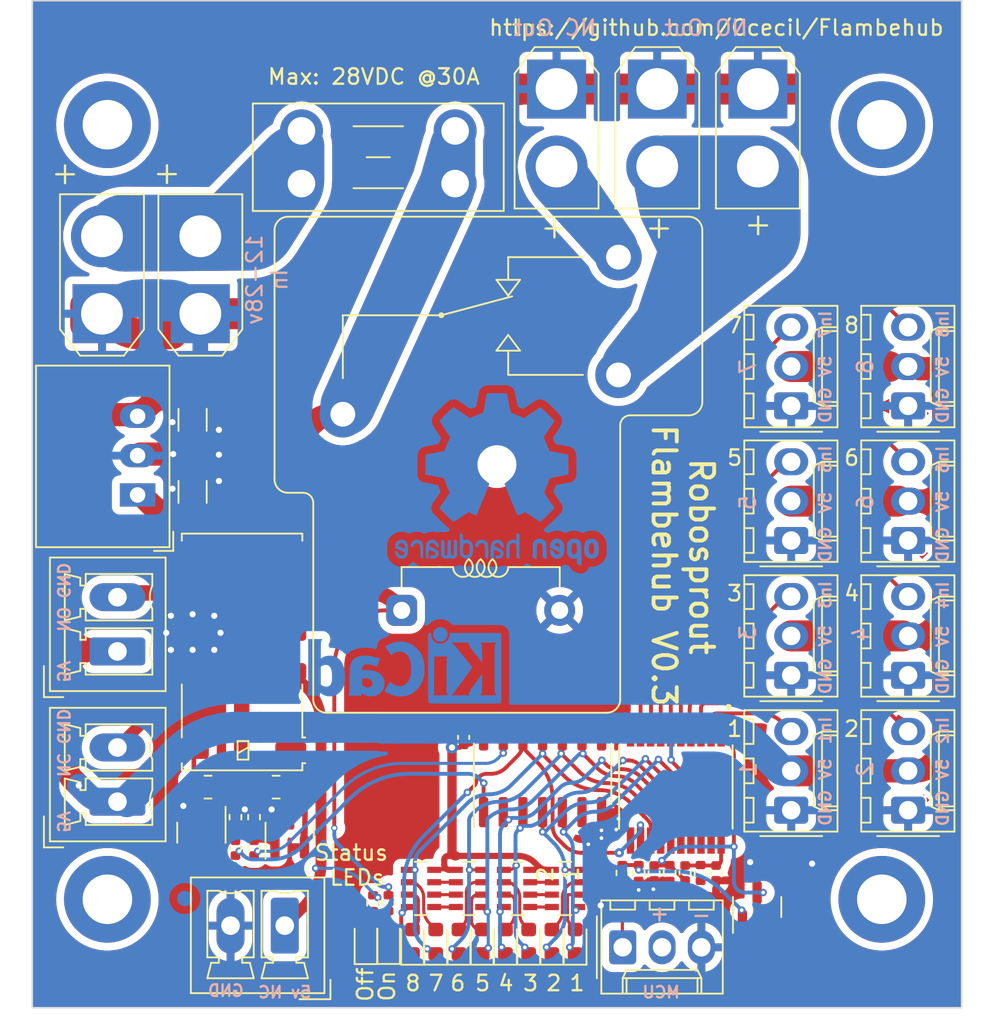
<source format=kicad_pcb>
(kicad_pcb (version 20221018) (generator pcbnew)
  (layers (0 "F.Cu" signal) (31 "B.Cu" signal) (34 "B.Paste" user) (35 "F.Paste" user) (36 "B.SilkS" user "B.Silkscreen") (37 "F.SilkS" user "F.Silkscreen") (38 "B.Mask" user) (39 "F.Mask" user) (44 "Edge.Cuts" user))
  (net 0 "")
  (net 1 "_EN")
  (net 2 "GND")
  (net 3 "+5V")
  (net 4 "_CH")
  (net 5 "Set")
  (net 6 "Rst")
  (net 7 "Vf")
  (net 8 "IN1")
  (net 9 "IN2")
  (net 10 "IN3")
  (net 11 "IN4")
  (net 12 "IN5")
  (net 13 "IN6")
  (net 14 "IN7")
  (net 15 "IN8")
  (net 16 "OUT1")
  (net 17 "OUT2")
  (net 18 "OUT3")
  (net 19 "OUT4")
  (net 20 "OUT5")
  (net 21 "OUT6")
  (net 22 "OUT7")
  (net 23 "OUT8")
  (net 24 "LC+")
  (net 25 "A1")
  (net 26 "LC-")
  (net 27 "NC_5v")
  (net 28 "NC_Out")
  (net 29 "NO_Out")
  (net 30 "Vi")
  (net 31 "Trig+")
  (net 32 "Trig-")
  (net 33 "Net-(D1-A)")
  (net 34 "Net-(D2-A)")
  (net 35 "Net-(D3-A)")
  (net 36 "Net-(D4-A)")
  (net 37 "Net-(D5-A)")
  (net 38 "Net-(D6-A)")
  (net 39 "Net-(D7-A)")
  (net 40 "Net-(D8-A)")
  (net 41 "Net-(D9-A)")
  (net 42 "NC GND")
  (net 43 "NO GND")
  (net 44 "Net-(D10-A)")
  (net 45 "Net-(J3-Pin_1)")
  (net 50 "Net-(Q1-G)")
  (net 51 "Net-(Q1-S)")
  (footprint "Connector_Molex:Molex_KK-254_AE-6410-03A_1x03_P2.54mm_Vertical" (layer "F.Cu") (at 129 96.15 90)
    (fp_text reference "J10" hide)
    (fp_text value "Conn_01x03_Male")
  )
  (footprint "Resistor_SMD:R_Array_Concave_4x0603" (layer "F.Cu") (at 111.3 127.3)
    (fp_text reference "RN2" hide)
    (fp_text value "R_Pack04")
  )
  (footprint "Connector_Molex:Molex_KK-254_AE-6410-03A_1x03_P2.54mm_Vertical" (layer "F.Cu") (at 129 104.84 90)
    (fp_text reference "J8" hide)
    (fp_text value "Conn_01x03_Male")
  )
  (footprint "Connector_Molex:Molex_KK-254_AE-6410-03A_1x03_P2.54mm_Vertical" (layer "F.Cu") (at 118.12 131.1)
    (fp_text reference "J3" hide)
    (fp_text value "MCU")
  )
  (footprint "Resistor_SMD:R_0402_1005Metric" (layer "F.Cu") (at 102 128.25 90)
    (fp_text reference "R4" hide)
    (fp_text value "10k")
  )
  (footprint "LED_SMD:LED_0603_1608Metric" (layer "F.Cu") (at 115.05 130.74 90)
    (fp_text reference "D1" hide)
    (fp_text value "LED_Small" hide)
  )
  (footprint "Fiducial:Fiducial_1mm_Mask2mm" (layer "F.Cu") (at 81.8 71.8)
    (fp_text reference "FID1" hide)
    (fp_text value "Fiducial")
  )
  (footprint "Fuse:Fuseholder_Blade_Mini_Keystone_3568" (layer "F.Cu") (at 107.3 81.8 180)
    (fp_text reference "F1" hide)
    (fp_text value "Fuse")
  )
  (footprint "Resistor_SMD:R_Array_Concave_4x0603" (layer "F.Cu") (at 105.1 127.3)
    (fp_text reference "RN4" hide)
    (fp_text value "R_Pack04")
  )
  (footprint "Connector_AMASS:AMASS_XT30U-F_1x02_P5.0mm_Vertical" (layer "F.Cu") (at 126.85 75.7 -90)
    (fp_text reference "J16" hide)
    (fp_text value "Conn_01x02_Female")
  )
  (footprint "Connector_Molex:Molex_KK-254_AE-6410-03A_1x03_P2.54mm_Vertical" (layer "F.Cu") (at 129 122.25 90)
    (fp_text reference "J4" hide)
    (fp_text value "Conn_01x03_Male")
  )
  (footprint "Resistor_SMD:R_0402_1005Metric" (layer "F.Cu") (at 123.15 126.3 -90)
    (fp_text reference "R13" hide)
    (fp_text value "1k")
  )
  (footprint "LED_SMD:LED_0603_1608Metric" (layer "F.Cu") (at 103 130.69 90)
    (fp_text reference "D9" hide)
    (fp_text value "LED_Small")
  )
  (footprint "Capacitor_SMD:C_0402_1005Metric" (layer "F.Cu") (at 93.11875 124.7 90)
    (fp_text reference "C4" hide)
    (fp_text value "1uf")
  )
  (footprint "Connector_Phoenix_MC:PhoenixContact_MCV_1,5_2-G-3.5_1x02_P3.50mm_Vertical" (layer "F.Cu") (at 96.3 129.7 180)
    (fp_text reference "J14" hide)
    (fp_text value "Conn_01x02_Female")
  )
  (footprint "LED_SMD:LED_0603_1608Metric" (layer "F.Cu") (at 110.55 130.74 90)
    (fp_text reference "D4" hide)
    (fp_text value "LED_Small" hide)
  )
  (footprint "Connector_Molex:Molex_KK-254_AE-6410-03A_1x03_P2.54mm_Vertical" (layer "F.Cu") (at 136.55 104.84 90)
    (fp_text reference "J9" hide)
    (fp_text value "Conn_01x03_Male")
  )
  (footprint "MountingHole:MountingHole_3.2mm_M3_DIN965_Pad" (layer "F.Cu") (at 134.85 78)
    (fp_text reference "H1" hide)
    (fp_text value "MountingHole_Pad")
  )
  (footprint "Connector_AMASS:AMASS_XT30U-F_1x02_P5.0mm_Vertical" (layer "F.Cu") (at 120.35 75.7 -90)
    (fp_text reference "J17" hide)
    (fp_text value "Conn_01x02_Female")
  )
  (footprint "LED_SMD:LED_0603_1608Metric" (layer "F.Cu") (at 112.05 130.74 90)
    (fp_text reference "D3" hide)
    (fp_text value "LED_Small" hide)
  )
  (footprint "Capacitor_SMD:C_0402_1005Metric" (layer "F.Cu") (at 107.85 117.55 90)
    (fp_text reference "C7" hide)
    (fp_text value "1uf")
  )
  (footprint "Resistor_SMD:R_0402_1005Metric" (layer "F.Cu") (at 103 128.25 90)
    (fp_text reference "R3" hide)
    (fp_text value "10k")
  )
  (footprint "Capacitor_SMD:C_0402_1005Metric" (layer "F.Cu") (at 94.31875 124.7 90)
    (fp_text reference "C5" hide)
    (fp_text value "1uf")
  )
  (footprint "MountingHole:MountingHole_3.2mm_M3_DIN965_Pad" (layer "F.Cu") (at 84.85 78)
    (fp_text reference "H4" hide)
    (fp_text value "MountingHole_Pad")
  )
  (footprint "Capacitor_SMD:C_0402_1005Metric" (layer "F.Cu") (at 120.15 126.3 -90)
    (fp_text reference "C1" hide)
    (fp_text value "1uf")
  )
  (footprint "LED_SMD:LED_0603_1608Metric" (layer "F.Cu") (at 101.55 130.7 90)
    (fp_text reference "D10" hide)
    (fp_text value "LED_Small")
  )
  (footprint "Resistor_SMD:R_0805_2012Metric" (layer "F.Cu") (at 95.7452 120.7598)
    (fp_text reference "R26" hide)
    (fp_text value "60")
  )
  (footprint "MountingHole:MountingHole_2.5mm" (layer "F.Cu") (at 110 99.95 90)
    (fp_text reference "H2" hide)
    (fp_text value "Stencil8")
  )
  (footprint "Resistor_SMD:R_Array_Concave_4x0603" (layer "F.Cu") (at 114.4 127.3 180)
    (fp_text reference "RN1" hide)
    (fp_text value "R_Pack04")
  )
  (footprint "Connector_AMASS:AMASS_XT30U-F_1x02_P5.0mm_Vertical" (layer "F.Cu") (at 90.85 90.2 90)
    (fp_text reference "J2" hide)
    (fp_text value "Conn_01x02_Female")
  )
  (footprint "MAX6818EAP_T:SOP65P777X199-20N" (layer "F.Cu") (at 121.55 120.75 -90)
    (fp_text reference "U1" hide)
    (fp_text value "MAX6818EAP+T")
  )
  (footprint "Package_TO_SOT_SMD:SOT-23" (layer "F.Cu") (at 96.61875 123.7 90)
    (fp_text reference "Q3" hide)
    (fp_text value "2N7002")
  )
  (footprint "Connector_Molex:Molex_KK-254_AE-6410-03A_1x03_P2.54mm_Vertical" (layer "F.Cu") (at 129 113.54 90)
    (fp_text reference "J6" hide)
    (fp_text value "Conn_01x03_Male")
  )
  (footprint "LED_SMD:LED_0603_1608Metric" (layer "F.Cu") (at 113.55 130.74 90)
    (fp_text reference "D2" hide)
    (fp_text value "LED_Small" hide)
  )
  (footprint "Connector_AMASS:AMASS_XT30U-F_1x02_P5.0mm_Vertical" (layer "F.Cu") (at 84.5 90.2 90)
    (fp_text reference "J1" hide)
    (fp_text value "Conn_01x02_Female")
  )
  (footprint "Resistor_SMD:R_0402_1005Metric" (layer "F.Cu") (at 118.1 126.3 90)
    (fp_text reference "R1" hide)
    (fp_text value "33R" hide)
  )
  (footprint "LED_SMD:LED_0603_1608Metric" (layer "F.Cu") (at 106.05 130.74 90)
    (fp_text reference "D7" hide)
    (fp_text value "LED_Small" hide)
  )
  (footprint "Resistor_SMD:R_0402_1005Metric" (layer "F.Cu") (at 119.15 126.3 -90)
    (fp_text reference "R2" hide)
    (fp_text value "100k" hide)
  )
  (footprint "LED_SMD:LED_0603_1608Metric" (layer "F.Cu") (at 107.55 130.74 90)
    (fp_text reference "D6" hide)
    (fp_text value "LED_Small" hide)
  )
  (footprint "Connector_Phoenix_MC:PhoenixContact_MCV_1,5_2-G-3.5_1x02_P3.50mm_Vertical" (layer "F.Cu") (at 85.5 112 90)
    (fp_text reference "J13" hide)
    (fp_text value "Conn_01x02_Female")
  )
  (footprint "LED_SMD:LED_0603_1608Metric" (layer "F.Cu") (at 104.55 130.74 90)
    (fp_text reference "D8" hide)
    (fp_text value "LED_Small")
  )
  (footprint "Resistor_SMD:R_Array_Concave_4x0603" (layer "F.Cu") (at 108.2 127.3 180)
    (fp_text reference "RN3" hide)
    (fp_text value "R_Pack04")
  )
  (footprint "Fiducial:Fiducial_1mm_Mask2mm" (layer "F.Cu") (at 138.2 133.2)
    (fp_text reference "FID2" hide)
    (fp_text value "Fiducial")
  )
  (footprint "MountingHole:MountingHole_3.2mm_M3_DIN965_Pad" (layer "F.Cu") (at 84.85 128)
    (fp_text reference "H3" hide)
    (fp_text value "MountingHole_Pad")
  )
  (footprint "Capacitor_SMD:C_1206_3216Metric" (layer "F.Cu") (at 90.35 101.7 90)
    (fp_text reference "C2" hide)
    (fp_text value "10uf")
  )
  (footprint "MountingHole:MountingHole_3.2mm_M3_DIN965_Pad" (layer "F.Cu") (at 134.85 128)
    (fp_text reference "H5" hide)
    (fp_text value "MountingHole_Pad")
  )
  (footprint "Connector_Phoenix_MC:PhoenixContact_MCV_1,5_2-G-3.5_1x02_P3.50mm_Vertical" (layer "F.Cu") (at 85.5 121.7 90)
    (fp_text reference "J12" hide)
    (fp_text value "Conn_01x02_Female")
  )
  (footprint "Converter_DCDC:Converter_DCDC_RECOM_R-78E-0.5_THT" (layer "F.Cu") (at 86.8 101.9 90)
    (fp_text reference "U1" hide)
    (fp_text value "R-78C5.0-1.0")
  )
  (footprint "Resistor_SMD:R_0402_1005Metric" (layer "F.Cu") (at 93.11875 122.7 90)
    (fp_text reference "R23" hide)
    (fp_text value "10k")
  )
  (footprint "Capacitor_SMD:C_0402_1005Metric" (layer "F.Cu") (at 122.15 126.3 -90)
    (fp_text reference "C1" hide)
    (fp_text value "1uf")
  )
  (footprint "Connector_Molex:Molex_KK-254_AE-6410-03A_1x03_P2.54mm_Vertical" (layer "F.Cu") (at 136.55 96.15 90)
    (fp_text reference "J11" hide)
    (fp_text value "Conn_01x03_Male")
  )
  (footprint "LED_SMD:LED_0603_1608Metric" (layer "F.Cu") (at 109.05 130.74 90)
    (fp_text reference "D5" hide)
    (fp_text value "LED_Small" hide)
  )
  (footprint "Resistor_SMD:R_0402_1005Metric" (layer "F.Cu") (at 121.15 126.3 90)
    (fp_text reference "R22" hide)
    (fp_text value "100k" hide)
  )
  (footprint "Resistor_SMD:R_0402_1005Metric" (layer "F.Cu") (at 94.31875 122.7 90)
    (fp_text reference "R24" hide)
    (fp_text value "10k")
  )
  (footprint "Package_TO_SOT_SMD:SOT-23" (layer "F.Cu") (at 126.8 128.5 90)
    (fp_text reference "Q1" hide)
    (fp_text value "BSS84")
  )
  (footprint "Connector_Molex:Molex_KK-254_AE-6410-03A_1x03_P2.54mm_Vertical" (layer "F.Cu") (at 136.55 122.25 90)
    (fp_text reference "J5" hide)
    (fp_text value "Conn_01x03_Male")
  )
  (footprint "Capacitor_SMD:C_0402_1005Metric" (layer "F.Cu") (at 124.15 126.3 -90)
    (fp_text reference "C6" hide)
    (fp_text value "1uf")
  )
  (footprint "Capacitor_SMD:C_1206_3216Metric" (layer "F.Cu") (at 90.35 97.05 -90)
    (fp_text reference "C3" hide)
    (fp_text value "10uf")
  )
  (footprint "Connector_Molex:Molex_KK-254_AE-6410-03A_1x03_P2.54mm_Vertical" (layer "F.Cu") (at 136.55 113.54 90)
    (fp_text reference "J7" hide)
    (fp_text value "Conn_01x03_Male")
  )
  (footprint "Package_TO_SOT_SMD:SOT-23" (layer "F.Cu") (at 90.91875 123.7 -90)
    (fp_text reference "Q2" hide)
    (fp_text value "2N7002")
  )
  (footprint "Relay_THT:Relay_SPDT_RAYEX-L90S" (layer "F.Cu") (at 108.95 111.89 90)
    (fp_text reference "K1" hide)
    (fp_text value "RAYEX-L90S")
  )
  (footprint "Relay_SMD:Relay_DPDT_Kemet_EE2_NUH" (layer "F.Cu") (at 93.5452 112.0348 180)
    (fp_text reference "K2" hide)
    (fp_text value "5-1462037-4")
  )
  (footprint "Package_SO:SOIC-14_3.9x8.7mm_P1.27mm" (layer "F.Cu") (at 112.95 119.9 90)
    (fp_text reference "U3" hide)
    (fp_text value "4068")
  )
  (footprint "Connector_AMASS:AMASS_XT30U-F_1x02_P5.0mm_Vertical" (layer "F.Cu") (at 113.85 75.7 -90)
    (fp_text reference "J15" hide)
    (fp_text value "Conn_01x02_Female")
  )
  (footprint "Resistor_SMD:R_0805_2012Metric" (layer "F.Cu") (at 91.3452 120.7598)
    (fp_text reference "R25" hide)
    (fp_text value "60")
  )
  (footprint "Symbol:OSHW-Logo2_14.6x12mm_Copper" (layer "B.Cu") (at 110 100.88 180)
    (fp_text reference "REF**" hide)
    (fp_text value "OSHW-Logo2_14.6x12mm_Copper" hide)
  )
  (footprint "Fiducial:Fiducial_1mm_Mask2mm" (layer "B.Cu") (at 89.85 127.95 180)
    (fp_text reference "FID3" hide)
    (fp_text value "Fiducial")
  )
  (footprint "Symbol:KiCad-Logo_5mm_Copper" (layer "B.Cu") (at 104.005698 113.417938 180)
    (fp_text reference "REF**" hide)
    (fp_text value "KiCad-Logo_5mm_Copper" hide)
  )
  (gr_rect (start 80 70) (end 140 135) (stroke (width 0.1)) (fill none) (layer "Edge.Cuts"))
  (gr_text "GND" (at 131.2 105.1 90) (layer "B.SilkS") (effects (font (size 0.75 0.75)) (justify mirror)))
  (gr_text "In6" (at 138.777479 99.622522 90) (layer "B.SilkS") (effects (font (size 0.75 0.75)) (justify mirror)))
  (gr_text "In2" (at 138.777479 117.122522 90) (layer "B.SilkS") (effects (font (size 0.75 0.75)) (justify mirror)))
  (gr_text "In5" (at 131.2 99.6 90) (layer "B.SilkS") (effects (font (size 0.75 0.75)) (justify mirror)))
  (gr_text "In7" (at 131.2 90.9 90) (layer "B.SilkS") (effects (font (size 0.75 0.75)) (justify mirror)))
  (gr_text "1" (at 126.25 119.622522 90) (layer "B.SilkS") (effects (font (size 1 1)) (justify mirror)))
  (gr_text "+" (at 120.5 128.9) (layer "B.SilkS") (effects (font (size 1 1)) (justify mirror)))
  (gr_text "5V" (at 138.777479 102.322522 90) (layer "B.SilkS") (effects (font (size 0.75 0.75)) (justify mirror)))
  (gr_text "5V" (at 131.2 119.6 90) (layer "B.SilkS") (effects (font (size 0.75 0.75)) (justify mirror)))
  (gr_text "5V" (at 131.2 102.4 90) (layer "B.SilkS") (effects (font (size 0.75 0.75)) (justify mirror)))
  (gr_text "NO GND" (at 82 108.5 -90) (layer "B.SilkS") (effects (font (size 0.75 0.75)) (justify mirror)))
  (gr_text "5V" (at 82 123 270) (layer "B.SilkS") (effects (font (size 0.75 0.75)) (justify mirror)))
  (gr_text "MCU" (at 120.6 134) (layer "B.SilkS") (effects (font (size 0.75 0.75)) (justify mirror)))
  (gr_text "In8" (at 138.777479 90.872522 90) (layer "B.SilkS") (effects (font (size 0.75 0.75)) (justify mirror)))
  (gr_text "6" (at 133.777479 102.372522 90) (layer "B.SilkS") (effects (font (size 1 1)) (justify mirror)))
  (gr_text "GND" (at 92.5 133.9) (layer "B.SilkS") (effects (font (size 0.75 0.75)) (justify mirror)))
  (gr_text "3" (at 126.2 110.8 90) (layer "B.SilkS") (effects (font (size 1 1)) (justify mirror)))
  (gr_text "GND" (at 138.777479 113.622522 90) (layer "B.SilkS") (effects (font (size 0.75 0.75)) (justify mirror)))
  (gr_text "5V" (at 131.2 93.6 90) (layer "B.SilkS") (effects (font (size 0.75 0.75)) (justify mirror)))
  (gr_text "5v NC" (at 96.3 134) (layer "B.SilkS") (effects (font (size 0.75 0.75)) (justify mirror)))
  (gr_text "5V" (at 138.777479 111.022522 90) (layer "B.SilkS") (effects (font (size 0.75 0.75)) (justify mirror)))
  (gr_text "4" (at 133.527479 110.872522 90) (layer "B.SilkS") (effects (font (size 1 1)) (justify mirror)))
  (gr_text "GND" (at 131.2 96.1 90) (layer "B.SilkS") (effects (font (size 0.75 0.75)) (justify mirror)))
  (gr_text "5V" (at 82 113.3 270) (layer "B.SilkS") (effects (font (size 0.75 0.75)) (justify mirror)))
  (gr_text "In3" (at 131.2 108.35 90) (layer "B.SilkS") (effects (font (size 0.75 0.75)) (justify mirror)))
  (gr_text "In4" (at 138.777479 108.372522 90) (layer "B.SilkS") (effects (font (size 0.75 0.75)) (justify mirror)))
  (gr_text "GND" (at 131.2 122.1 90) (layer "B.SilkS") (effects (font (size 0.75 0.75)) (justify mirror)))
  (gr_text "GND" (at 138.777479 122.122522 90) (layer "B.SilkS") (effects (font (size 0.75 0.75)) (justify mirror)))
  (gr_text "GND" (at 131.2 113.6 90) (layer "B.SilkS") (effects (font (size 0.75 0.75)) (justify mirror)))
  (gr_text "5" (at 126.2 102.4 90) (layer "B.SilkS") (effects (font (size 1 1)) (justify mirror)))
  (gr_text "GND" (at 138.777479 96.122522 90) (layer "B.SilkS") (effects (font (size 0.75 0.75)) (justify mirror)))
  (gr_text "5V" (at 138.777479 119.622522 90) (layer "B.SilkS") (effects (font (size 0.75 0.75)) (justify mirror)))
  (gr_text "GND" (at 138.777479 105.122522 90) (layer "B.SilkS") (effects (font (size 0.75 0.75)) (justify mirror)))
  (gr_text "NO Out" (at 123.5 71.75) (layer "B.SilkS") (effects (font (size 1 1)) (justify mirror)))
  (gr_text "-" (at 123.2 129) (layer "B.SilkS") (effects (font (size 1 1)) (justify mirror)))
  (gr_text "2" (at 133.777479 119.622522 90) (layer "B.SilkS") (effects (font (size 1 1)) (justify mirror)))
  (gr_text "NC GND" (at 82 117.9 -90) (layer "B.SilkS") (effects (font (size 0.75 0.75)) (justify mirror)))
  (gr_text "12-28v\nIn" (at 95.15 88.01 90) (layer "B.SilkS") (effects (font (size 1 1)) (justify mirror)))
  (gr_text "5V" (at 138.777479 93.622522 90) (layer "B.SilkS") (effects (font (size 0.75 0.75)) (justify mirror)))
  (gr_text "8" (at 133.777479 93.622522 90) (layer "B.SilkS") (effects (font (size 1 1)) (justify mirror)))
  (gr_text "5V" (at 131.2 111 90) (layer "B.SilkS") (effects (font (size 0.75 0.75)) (justify mirror)))
  (gr_text "NC Out" (at 113.75 71.75) (layer "B.SilkS") (effects (font (size 1 1)) (justify mirror)))
  (gr_text "7" (at 126.2 93.622522 90) (layer "B.SilkS") (effects (font (size 1 1)) (justify mirror)))
  (gr_text "In1" (at 131.2 117.1 90) (layer "B.SilkS") (effects (font (size 0.75 0.75)) (justify mirror)))
  (gr_text "3" (at 111.6 134) (layer "F.SilkS") (effects (font (size 1 1)) (justify left bottom)))
  (gr_text "7" (at 125.35 90.95) (layer "F.SilkS") (effects (font (size 1 1))))
  (gr_text "1" (at 114.775 126.375 90) (layer "F.SilkS") (effects (font (size 1 1))))
  (gr_text "2" (at 132.9 117) (layer "F.SilkS") (effects (font (size 1 1))))
  (gr_text "1" (at 125.35 117) (layer "F.SilkS") (effects (font (size 1 1))))
  (gr_text "8" (at 132.9 90.95) (layer "F.SilkS") (effects (font (size 1 1))))
  (gr_text "On" (at 102.9 133.6 90) (layer "F.SilkS") (effects (font (size 1 1))))
  (gr_text "7" (at 105.5 134) (layer "F.SilkS") (effects (font (size 1 1)) (justify left bottom)))
  (gr_text "6" (at 132.9 99.5) (layer "F.SilkS") (effects (font (size 1 1))))
  (gr_text "6" (at 106.9 134) (layer "F.SilkS") (effects (font (size 1 1)) (justify left bottom)))
  (gr_text "5" (at 108.5 134) (layer "F.SilkS") (effects (font (size 1 1)) (justify left bottom)))
  (gr_text "https://github.com/Ccecil/Flambehub" (at 124.17 71.74) (layer "F.SilkS") (effects (font (size 1 1))))
  (gr_text "Status\n LEDs" (at 100.6 125.8) (layer "F.SilkS") (effects (font (size 1 1))))
  (gr_text "3" (at 125.35 108.25) (layer "F.SilkS") (effects (font (size 1 1))))
  (gr_text "4" (at 110 134) (layer "F.SilkS") (effects (font (size 1 1)) (justify left bottom)))
  (gr_text "2" (at 113.1 134) (layer "F.SilkS") (effects (font (size 1 1)) (justify left bottom)))
  (gr_text "4" (at 132.9 108.25) (layer "F.SilkS") (effects (font (size 1 1))))
  (gr_text "Robosprout \nFlambehub V0.3" (at 122 106.45 270) (layer "F.SilkS") (effects (font (size 1.5 1.5) (thickness 0.25))))
  (gr_text "8" (at 104 134) (layer "F.SilkS") (effects (font (size 1 1)) (justify left bottom)))
  (gr_text "1" (at 114.6 134) (layer "F.SilkS") (effects (font (size 1 1)) (justify left bottom)))
  (gr_text "Max: 28VDC @30A" (at 102.05 74.9) (layer "F.SilkS") (effects (font (size 1 1))))
  (gr_text "2" (at 113.125 126.375 90) (layer "F.SilkS") (effects (font (size 1 1))))
  (gr_text "Off" (at 101.5 133.5 90) (layer "F.SilkS") (effects (font (size 1 1))))
  (gr_text "5" (at 125.35 99.5) (layer "F.SilkS") (effects (font (size 1 1))))
  (segment (start 125.3 118.698363) (end 125.3 124.6) (width 0.25) (layer "F.Cu") (net 1))
  (segment (start 121.165 125.805) (end 122.136464 126.776464) (width 0.25) (layer "F.Cu") (net 1))
  (segment (start 126.75 127.5625) (end 127.1875 127.5625) (width 0.25) (layer "F.Cu") (net 1))
  (segment (start 120.66 125.51) (end 120.65 125.5) (width 0.25) (layer "F.Cu") (net 1))
  (segment (start 126.75 127.5625) (end 127.28125 127.5625) (width 0.25) (layer "F.Cu") (net 1))
  (segment (start 120.82 125.82) (end 121.098786 125.82) (width 0.25) (layer "F.Cu") (net 1))
  (segment (start 127.1875 127.5625) (end 126.8 127.5625) (width 0.25) (layer "F.Cu") (net 1))
  (segment (start 120.67 125.67) (end 120.67 125.534142) (width 0.25) (layer "F.Cu") (net 1))
  (segment (start 122.15 126.84) (end 122.15 126.785) (width 0.25) (layer "F.Cu") (net 1))
  (segment (start 120.82 125.82) (end 120.52 125.82) (width 0.25) (layer "F.Cu") (net 1))
  (segment (start 120.52 125.82) (end 120.15 125.82) (width 0.25) (layer "F.Cu") (net 1))
  (segment (start 124.964356 117.782175) (end 124.75 117.567819) (width 0.25) (layer "F.Cu") (net 1))
  (via (at 120.65 125.5) (size 0.48) (drill 0.24) (layers "F.Cu" "B.Cu") (net 1))
  (via (at 127.1875 127.5625) (size 0.48) (drill 0.24) (layers "F.Cu" "B.Cu") (net 1))
  (via (at 125.3 124.6) (size 0.48) (drill 0.24) (layers "F.Cu" "B.Cu") (net 1))
  (arc (start 122.15 126.84) (mid 122.138973 126.895432) (end 122.107573 126.942426) (width 0.25) (layer "F.Cu") (net 1))
  (arc (start 120.67 125.67) (mid 120.713933 125.776066) (end 120.82 125.82) (width 0.25) (layer "F.Cu") (net 1))
  (arc (start 122.145 126.78) (mid 122.14038 126.779081) (end 122.136464 126.776464) (width 0.25) (layer "F.Cu") (net 1))
  (arc (start 120.67 125.67) (mid 120.626066 125.776066) (end 120.52 125.82) (width 0.25) (layer "F.Cu") (net 1))
  (arc (start 125.3 118.698363) (mid 125.212942 118.21091) (end 124.964356 117.782175) (width 0.25) (layer "F.Cu") (net 1))
  (arc (start 121.135 125.805) (mid 121.118385 125.816101) (end 121.098786 125.82) (width 0.25) (layer "F.Cu") (net 1))
  (arc (start 121.135 125.805) (mid 121.15 125.798786) (end 121.165 125.805) (width 0.25) (layer "F.Cu") (net 1))
  (arc (start 120.66 125.51) (mid 120.667401 125.521076) (end 120.67 125.534142) (width 0.25) (layer "F.Cu") (net 1))
  (arc (start 122.145 126.78) (mid 122.148535 126.781464) (end 122.15 126.785) (width 0.25) (layer "F.Cu") (net 1))
  (segment (start 120.65 125.5) (end 121.1 125.05) (width 0.25) (layer "B.Cu") (net 1))
  (segment (start 126.004181 127.5625) (end 127.1875 127.5625) (width 0.25) (layer "B.Cu") (net 1))
  (segment (start 125.3 126.858318) (end 125.3 124.6) (width 0.25) (layer "B.Cu") (net 1))
  (segment (start 122.186396 124.6) (end 125.3 124.6) (width 0.25) (layer "B.Cu") (net 1))
  (arc (start 125.50625 127.35625) (mid 125.734702 127.508897) (end 126.004181 127.5625) (width 0.25) (layer "B.Cu") (net 1))
  (arc (start 125.50625 127.35625) (mid 125.353602 127.127796) (end 125.3 126.858318) (width 0.25) (layer "B.Cu") (net 1))
  (arc (start 121.1 125.05) (mid 121.598442 124.716951) (end 122.186396 124.6) (width 0.25) (layer "B.Cu") (net 1))
  (segment (start 118.3375 115.7375) (end 118.05 115.45) (width 0.25) (layer "F.Cu") (net 2))
  (segment (start 84.6 90.2) (end 84.5 90.2) (width 2) (layer "F.Cu") (net 2))
  (segment (start 113.85 75.7) (end 111.435355 75.7) (width 2) (layer "F.Cu") (net 2))
  (segment (start 85.35 90.85) (end 84.77071 90.27071) (width 2) (layer "F.Cu") (net 2))
  (segment (start 113.85 75.7) (end 129.85 75.7) (width 2) (layer "F.Cu") (net 2))
  (segment (start 83.45 90.925) (end 83.45 89.6625) (width 2) (layer "F.Cu") (net 2))
  (segment (start 89.9825 98.8925) (end 90.35 98.525) (width 1.5) (layer "F.Cu") (net 2))
  (segment (start 93.701678 122.19) (end 93.17375 122.19) (width 0.25) (layer "F.Cu") (net 2))
  (segment (start 120.125 127.325) (end 120.1 127.35) (width 0.25) (layer "F.Cu") (net 2))
  (segment (start 116.95 124.05) (end 116.75 124.05) (width 0.25) (layer "F.Cu") (net 2))
  (segment (start 116.76 123.532928) (end 116.76 122.375) (width 0.25) (layer "F.Cu") (net 2))
  (segment (start 86.919238 91.5) (end 89 91.5) (width 2) (layer "F.Cu") (net 2))
  (segment (start 93.71875 122.2) (end 93.71375 122.195) (width 0.25) (layer "F.Cu") (net 2))
  (segment (start 117.55 122.95) (end 117.55 122.65) (width 1) (layer "F.Cu") (net 2))
  (segment (start 120.15 127.264644) (end 120.15 126.78) (width 0.25) (layer "F.Cu") (net 2))
  (segment (start 90.85 90.2) (end 94.1 90.2) (width 2) (layer "F.Cu") (net 2))
  (segment (start 115.9 124.45) (end 116.6375 124.45) (width 0.25) (layer "F.Cu") (net 2))
  (segment (start 111.375 75.725) (end 111.35 75.75) (width 2) (layer "F.Cu") (net 2))
  (segment (start 118.625 116.431586) (end 118.625 117.29) (width 0.25) (layer "F.Cu") (net 2))
  (segment (start 89.095276 99.26) (end 86.97071 99.26) (width 1.5) (layer "F.Cu") (net 2))
  (segment (start 119.15 127.4) (end 119.15 126.81) (width 0.25) (layer "F.Cu") (net 2))
  (segment (start 117.337867 123.462132) (end 116.75 124.05) (width 1) (layer "F.Cu") (net 2))
  (segment (start 116.755 123.545) (end 116.75 123.55) (width 0.25) (layer "F.Cu") (net 2))
  (segment (start 117.291421 123.908578) (end 117.7 123.5) (width 0.5) (layer "F.Cu") (net 2))
  (segment (start 89.8675 99.7425) (end 90.35 100.225) (width 1.5) (layer "F.Cu") (net 2))
  (via (at 91.75 109.7) (size 0.8) (drill 0.4) (layers "F.Cu" "B.Cu") (net 2))
  (via (at 89.05 101.5) (size 0.8) (drill 0.4) (layers "F.Cu" "B.Cu") (net 2))
  (via (at 88.95 111.9) (size 0.8) (drill 0.4) (layers "F.Cu" "B.Cu") (net 2))
  (via (at 92.05 97.7) (size 0.8) (drill 0.4) (layers "F.Cu" "B.Cu") (net 2))
  (via (at 116.75 124.05) (size 0.48) (drill 0.24) (layers "F.Cu" "B.Cu") (net 2))
  (via (at 89.05 97.2) (size 0.8) (drill 0.4) (layers "F.Cu" "B.Cu") (net 2))
  (via (at 88.65 110.8) (size 0.8) (drill 0.4) (layers "F.Cu" "B.Cu") (net 2))
  (via (at 92.15 110.8) (size 0.8) (drill 0.4) (layers "F.Cu" "B.Cu") (net 2))
  (via (at 120.1 127.35) (size 0.48) (drill 0.24) (layers "F.Cu" "B.Cu") (net 2))
  (via (at 130.35 125.7) (size 0.8) (drill 0.4) (layers "F.Cu" "B.Cu") (net 2))
  (via (at 116.75 123.55) (size 0.48) (drill 0.24) (layers "F.Cu" "B.Cu") (net 2))
  (via (at 116.7 128.4) (size 0.8) (drill 0.4) (layers "F.Cu" "B.Cu") (net 2))
  (via (at 89.751465 121.973929) (size 0.8) (drill 0.4) (layers "F.Cu" "B.Cu") (net 2))
  (via (at 119.15 127.4) (size 0.48) (drill 0.24) (layers "F.Cu" "B.Cu") (net 2))
  (via (at 90.35 111.9) (size 0.8) (drill 0.4) (layers "F.Cu" "B.Cu") (net 2))
  (via (at 89.095276 99.26) (size 0.8) (drill 0.4) (layers "F.Cu" "B.Cu") (net 2))
  (via (at 88.95 109.7) (size 0.8) (drill 0.4) (layers "F.Cu" "B.Cu") (net 2))
  (via (at 126.35 125.6) (size 0.8) (drill 0.4) (layers "F.Cu" "B.Cu") (net 2))
  (via (at 92.05 101) (size 0.8) (drill 0.4) (layers "F.Cu" "B.Cu") (net 2))
  (via (at 92.05 99.3) (size 0.8) (drill 0.4) (layers "F.Cu" "B.Cu") (net 2))
  (via (at 117.7 123.5) (size 0.48) (drill 0.24) (layers "F.Cu" "B.Cu") (net 2))
  (via (at 95.45 122.2) (size 0.8) (drill 0.4) (layers "F.Cu" "B.Cu") (net 2))
  (via (at 117.85 122.8) (size 0.48) (drill 0.24) (layers "F.Cu" "B.Cu") (net 2))
  (via (at 90.35 109.6) (size 0.8) (drill 0.4) (layers "F.Cu" "B.Cu") (net 2))
  (via (at 91.75 111.9) (size 0.8) (drill 0.4) (layers "F.Cu" "B.Cu") (net 2))
  (via (at 93.71875 122.2) (size 0.8) (drill 0.4) (layers "F.Cu" "B.Cu") (net 2))
  (via (at 115.9 124.45) (size 0.48) (drill 0.24) (layers "F.Cu" "B.Cu") (net 2))
  (arc (start 85.35 90.85) (mid 86.069972 91.33107) (end 86.919238 91.5) (width 2) (layer "F.Cu") (net 2))
  (arc (start 117.291421 123.908578) (mid 117.134775 124.013245) (end 116.95 124.05) (width 0.5) (layer "F.Cu") (net 2))
  (arc (start 117.55 122.95) (mid 117.494868 123.227163) (end 117.337867 123.462132) (width 1) (layer "F.Cu") (net 2))
  (arc (start 84.77071 90.27071) (mid 84.692387 90.218376) (end 84.6 90.2) (width 2) (layer "F.Cu") (net 2))
  (arc (start 89.095276 99.26) (mid 89.575438 99.164489) (end 89.9825 98.8925) (width 1.5) (layer "F.Cu") (net 2))
  (arc (start 116.76 123.532928) (mid 116.7587 123.539461) (end 116.755 123.545) (width 0.25) (layer "F.Cu") (net 2))
  (arc (start 111.375 75.725) (mid 111.402691 75.706497) (end 111.435355 75.7) (width 2) (layer "F.Cu") (net 2))
  (arc (start 120.125 127.325) (mid 120.143502 127.297308) (end 120.15 127.264644) (width 0.25) (layer "F.Cu") (net 2))
  (arc (start 93.71375 122.195) (mid 93.708211 122.191299) (end 93.701678 122.19) (width 0.25) (layer "F.Cu") (net 2))
  (arc (start 89.8675 99.7425) (mid 89.382518 99.406835) (end 88.810551 99.260963) (width 1.5) (layer "F.Cu") (net 2))
  (arc (start 118.3375 115.7375) (mid 118.550281 116.055949) (end 118.625 116.431586) (width 0.25) (layer "F.Cu") (net 2))
  (segment (start 84.65 90.2) (end 84.5 90.2) (width 2) (layer "B.Cu") (net 2))
  (segment (start 116.725 123.875) (end 116.7 123.9) (width 0.25) (layer "B.Cu") (net 2))
  (segment (start 116.75 123.814644) (end 116.75 123.55) (width 0.25) (layer "B.Cu") (net 2))
  (segment (start 88.801471 89) (end 86.848528 89) (width 2) (layer "B.Cu") (net 2))
  (segment (start 85.399999 89.599999) (end 84.906066 90.093933) (width 2) (layer "B.Cu") (net 2))
  (segment (start 90.25 89.6) (end 90.85 90.2) (width 2) (layer "B.Cu") (net 2))
  (arc (start 85.399999 89.599999) (mid 86.06459 89.155934) (end 86.848528 89) (width 2) (layer "B.Cu") (net 2))
  (arc (start 84.906066 90.093933) (mid 84.788581 90.172434) (end 84.65 90.2) (width 2) (layer "B.Cu") (net 2))
  (arc (start 90.25 89.6) (mid 89.585409 89.155934) (end 88.801471 89) (width 2) (layer "B.Cu") (net 2))
  (arc (start 116.75 123.814644) (mid 116.743502 123.847308) (end 116.725 123.875) (width 0.25) (layer "B.Cu") (net 2))
  (segment (start 113.55 127.7) (end 112.15 127.7) (width 0.2) (layer "F.Cu") (net 3))
  (segment (start 108.7075 117.75) (end 108.630052 117.75) (width 0.25) (layer "F.Cu") (net 3))
  (segment (start 136.41375 119.71) (end 136.14125 119.71) (width 1.5) (layer "F.Cu") (net 3))
  (segment (start 84.85719 121.7) (end 84.841008 121.7) (width 1.5) (layer "F.Cu") (net 3))
  (segment (start 83.85 106) (end 83.85 103.2) (width 1.5) (layer "F.Cu") (net 3))
  (segment (start 83.525 121.175) (end 83 120.65) (width 1.5) (layer "F.Cu") (net 3))
  (segment (start 112.575 126.1) (end 112.15 126.1) (width 0.2) (layer "F.Cu") (net 3))
  (segment (start 107.35 125.2) (end 106.85 125.2) (width 0.4) (layer "F.Cu") (net 3))
  (segment (start 84.797856 121.7) (end 84.79426 121.7) (width 1.5) (layer "F.Cu") (net 3))
  (segment (start 106.275 126.1) (end 106.925 126.1) (width 0.2) (layer "F.Cu") (net 3))
  (segment (start 84.792462 121.7) (end 84.79426 121.7) (width 1.5) (layer "F.Cu") (net 3))
  (segment (start 84.82123 121.7) (end 84.814038 121.7) (width 1.5) (layer "F.Cu") (net 3))
  (segment (start 124.475 124.21) (end 124.475 123.249265) (width 0.25) (layer "F.Cu") (net 3))
  (segment (start 136.783271 93.61) (end 136.861028 93.61) (width 1.5) (layer "F.Cu") (net 3))
  (segment (start 138.85 104.007106) (end 138.85 108.951471) (width 1.5) (layer "F.Cu") (net 3))
  (segment (start 82.25 113.55) (end 82.25 110.25) (width 1.5) (layer "F.Cu") (net 3))
  (segment (start 82.625 120.275) (end 83 120.65) (width 1.5) (layer "F.Cu") (net 3))
  (segment (start 136.41375 119.71) (end 136.68625 119.71) (width 1.5) (layer "F.Cu") (net 3))
  (segment (start 112.67019 125.87019) (end 112.45 125.65) (width 0.4) (layer "F.Cu") (net 3))
  (segment (start 85.45 111.95) (end 85.5 112) (width 1.5) (layer "F.Cu") (net 3))
  (segment (start 124.475 124.21) (end 124.475 125.487114) (width 0.25) (layer "F.Cu") (net 3))
  (segment (start 106.6 125.45) (end 106.6 125.775) (width 0.4) (layer "F.Cu") (net 3))
  (segment (start 93.8649 110.6149) (end 93.8824 110.6324) (width 1.5) (layer "F.Cu") (net 3))
  (segment (start 83.9 111.9) (end 85.329289 111.9) (width 1.5) (layer "F.Cu") (net 3))
  (segment (start 113.55 128.5) (end 112.15 128.5) (width 0.2) (layer "F.Cu") (net 3))
  (segment (start 88.904637 95.575) (end 90.35 95.575) (width 1.5) (layer "F.Cu") (net 3))
  (segment (start 107.35 127.7) (end 105.95 127.7) (width 0.2) (layer "F.Cu") (net 3))
  (segment (start 82.25 108.73137) (end 82.25 110.25) (width 1.5) (layer "F.Cu") (net 3))
  (segment (start 135.927944 93.61) (end 135.305888 93.61) (width 1.5) (layer "F.Cu") (net 3))
  (segment (start 88.869238 105.9) (end 93.479289 105.9) (width 1.5) (layer "F.Cu") (net 3))
  (segment (start 122.15 125.82) (end 123.15 125.82) (width 0.25) (layer "F.Cu") (net 3))
  (segment (start 137.192528 93.707087) (end 137.149615 93.664174) (width 1.5) (layer "F.Cu") (net 3))
  (segment (start 138.025373 119.324626) (end 138.245 119.105) (width 1.5) (layer "F.Cu") (net 3))
  (segment (start 108.57875 117.77125) (end 108.5575 117.7925) (width 0.25) (layer "F.Cu") (net 3))
  (segment (start 135.305888 93.61) (end 129 93.61) (width 2) (layer "F.Cu") (net 3))
  (segment (start 83.85 97.197989) (end 83.85 103.2) (width 1.5) (layer "F.Cu") (net 3))
  (segment (start 136.472243 93.61) (end 136.316729 93.61) (width 1.5) (layer "F.Cu") (net 3))
  (segment (start 138.769347 95.234678) (end 138.788694 95.254025) (width 1.5) (layer "F.Cu") (net 3))
  (segment (start 108.46 117.89) (end 108.57875 117.77125) (width 0.25) (layer "F.Cu") (net 3))
  (segment (start 135.46 119.71) (end 134.37 119.71) (width 1.5) (layer "F.Cu") (net 3))
  (segment (start 92.88895 120.7848) (end 94.15145 120.7848) (width 0.75) (layer "F.Cu") (net 3))
  (segment (start 84.871576 121.7) (end 84.85719 121.7) (width 1.5) (layer "F.Cu") (net 3))
  (segment (start 107.35 126.9) (end 105.95 126.9) (width 0.2) (layer "F.Cu") (net 3))
  (segment (start 136.316729 93.61) (end 136.161215 93.61) (width 1.5) (layer "F.Cu") (net 3))
  (segment (start 107.559791 118.2) (end 107.1 118.2) (width 0.3) (layer "F.Cu") (net 3))
  (segment (start 137.095 119.71) (end 136.95875 119.71) (width 1.5) (layer "F.Cu") (net 3))
  (segment (start 121.248214 118.994053) (end 121.248214 119.027899) (width 0.25) (layer "F.Cu") (net 3))
  (segment (start 107.1 118.2) (end 107.1 124.95) (width 0.6) (layer "F.Cu") (net 3))
  (segment (start 113.225 126.1) (end 113.55 126.1) (width 0.2) (layer "F.Cu") (net 3))
  (segment (start 107.35 128.5) (end 105.95 128.5) (width 0.2) (layer "F.Cu") (net 3))
  (segment (start 136.14125 119.71) (end 135.86875 119.71) (width 1.5) (layer "F.Cu") (net 3))
  (segment (start 122.15 125.82) (end 124.02326 125.82) (width 0.2) (layer "F.Cu") (net 3))
  (segment (start 112.575 126.1) (end 113.225 126.1) (width 0.2) (layer "F.Cu") (net 3))
  (segment (start 135.46 119.71) (end 135.86875 119.71) (width 1.5) (layer "F.Cu") (net 3))
  (segment (start 138.85 117.6444) (end 138.85 112.877817) (width 1.5) (layer "F.Cu") (net 3))
  (segment (start 85.730761 104.6) (end 85.25 104.6) (width 1.5) (layer "F.Cu") (net 3))
  (segment (start 93.5202 120.15355) (end 93.5202 110.892293) (width 1) (layer "F.Cu") (net 3))
  (segment (start 84.871576 121.7) (end 84.878769 121.7) (width 1.5) (layer "F.Cu") (net 3))
  (segment (start 108.12201 118.03) (end 107.970208 118.03) (width 0.25) (layer "F.Cu") (net 3))
  (segment (start 94.790022 120.7848) (end 94.15145 120.7848) (width 0.75) (layer "F.Cu") (net 3))
  (segment (start 92.88895 120.7848) (end 92.2577 120.7848) (width 0.75) (layer "F.Cu") (net 3))
  (segment (start 108.977499 117.587499) (end 108.891013 117.673986) (width 0.25) (layer "F.Cu") (net 3))
  (segment (start 83.85 106) (end 83.05 106.8) (width 1.5) (layer "F.Cu") (net 3))
  (segment (start 84.814038 121.7) (end 84.806846 121.7) (width 1.5) (layer "F.Cu") (net 3))
  (segment (start 113.55 126.9) (end 112.15 126.9) (width 0.2) (layer "F.Cu") (net 3))
  (segment (start 93.75 106.241421) (end 93.75 110.337506) (width 1.5) (layer "F.Cu") (net 3))
  (segment (start 93.6 105.95) (end 93.65 106) (width 1.5) (layer "F.Cu") (net 3))
  (segment (start 135.927944 93.61) (end 136.161215 93.61) (width 1.5) (layer "F.Cu") (net 3))
  (segment (start 137.896446 93.75) (end 137.296129 93.75) (width 1.5) (layer "F.Cu") (net 3))
  (segment (start 134.37 119.71) (end 129 119.71) (width 2) (layer "F.Cu") (net 3))
  (segment (start 82.25 119.369669) (end 82.25 113.55) (width 1.5) (layer "F.Cu") (net 3))
  (segment (start 136.95875 119.71) (end 136.68625 119.71) (width 1.5) (layer "F.Cu") (net 3))
  (segment (start 138.85 95.51689) (end 138.85 100.848959) (width 1.5) (layer "F.Cu") (net 3))
  (segment (start 84.828422 121.7) (end 84.82123 121.7) (width 1.5) (layer "F.Cu") (net 3))
  (segment (start 120.66 131.1) (end 120.66326 131.1) (width 0.2) (layer "F.Cu") (net 3))
  (segment (start 138.75 95.18797) (end 138.75 94.603553) (width 1.5) (layer "F.Cu") (net 3))
  (segment (start 123.15 125.82) (end 124.142114 125.82) (width 0.25) (layer "F.Cu") (net 3))
  (segment (start 106.275 126.1) (end 105.95 126.1) (width 0.2) (layer "F.Cu") (net 3))
  (segment (start 123.795658 121.609189) (end 121.272146 119.085677) (width 0.25) (layer "F.Cu") (net 3))
  (segment (start 135.9 102.3) (end 129 102.3) (width 2) (layer "F.Cu") (net 3))
  (segment (start 106.925 126.1) (end 107.35 126.1) (width 0.2) (layer "F.Cu") (net 3))
  (segment (start 136.783271 93.61) (end 136.627757 93.61) (width 1.5) (layer "F.Cu") (net 3))
  (segment (start 136.2 111) (end 129 111) (width 2) (layer "F.Cu") (net 3))
  (segment (start 94.202041 110.7648) (end 96.5527 110.7648) (width 1.5) (layer "F.Cu") (net 3))
  (segment (start 136.627757 93.61) (end 136.472243 93.61) (width 1.5) (layer "F.Cu") (net 3))
  (segment (start 84.841008 121.7) (end 84.83022 121.7) (width 1.5) (layer "F.Cu") (net 3))
  (segment (start 111.363603 125.2) (end 107.35 125.2) (width 0.4) (layer "F.Cu") (net 3))
  (segment (start 86.140362 96.72) (end 84.327989 96.72) (width 1.5) (layer "F.Cu") (net 3))
  (segment (start 84.806846 121.7) (end 84.799654 121.7) (width 1.5) (layer "F.Cu") (net 3))
  (segment (start 84.828422 121.7) (end 84.83022 121.7) (width 1.5) (layer "F.Cu") (net 3))
  (segment (start 84.799654 121.7) (end 84.797856 121.7) (width 1.5) (layer "F.Cu") (net 3))
  (segment (start 94.8202 120.7723) (end 94.8327 120.7598) (width 0.3) (layer "F.Cu") (net 3))
  (via (at 83 120.65) (size 0.8) (drill 0.4) (layers "F.Cu" "B.Cu") (net 3))
  (via (at 107.1 118.2) (size 0.8) (drill 0.4) (layers "F.Cu" "B.Cu") (net 3))
  (via (at 121.248214 118.994053) (size 0.48) (drill 0.24) (layers "F.Cu" "B.Cu") (net 3))
  (arc (start 107.559791 118.2) (mid 107.670849 118.177909) (end 107.765 118.115) (width 0.3) (layer "F.Cu") (net 3))
  (arc (start 112.67019 125.87019) (mid 112.699372 126.016897) (end 112.575 126.1) (width 0.2) (layer "F.Cu") (net 3))
  (arc (start 106.275 126.1) (mid 106.504809 126.004809) (end 106.6 125.775) (width 0.2) (layer "F.Cu") (net 3))
  (arc (start 138.85 104.007106) (mid 138.720054 103.353825) (end 138.35 102.8) (width 1.5) (layer "F.Cu") (net 3))
  (arc (start 136.861028 93.61) (mid 137.007517 93.624433) (end 137.149615 93.664174) (width 1.5) (layer "F.Cu") (net 3))
  (arc (start 138.85 100.848959) (mid 138.739546 101.404248) (end 138.425 101.875) (width 1.5) (layer "F.Cu") (net 3))
  (arc (start 83.99 96.86) (mid 83.886384 97.01507) (end 83.85 97.197989) (width 1.5) (layer "F.Cu") (net 3))
  (arc (start 85.25 104.6) (mid 84.26005 104.189949) (end 83.85 103.2) (width 1.5) (layer "F.Cu") (net 3))
  (arc (start 138.038908 110.611091) (mid 137.608133 110.898925) (end 137.1 111) (width 1.5) (layer "F.Cu") (net 3))
  (arc (start 93.5202 120.15355) (mid 93.335311 120.599911) (end 92.88895 120.7848) (width 0.75) (layer "F.Cu") (net 3))
  (arc (start 107.1 124.95) (mid 107.026776 125.126776) (end 106.85 125.2) (width 0.4) (layer "F.Cu") (net 3))
  (arc (start 124.475 125.487114) (mid 124.44966 125.614504) (end 124.3775 125.7225) (width 0.25) (layer "F.Cu") (net 3))
  (arc (start 138.174264 111.424264) (mid 137.704327 111.110262) (end 137.15 111) (width 1.5) (layer "F.Cu") (net 3))
  (arc (start 106.6 125.45) (mid 106.673223 125.273223) (end 106.85 125.2) (width 0.4) (layer "F.Cu") (net 3))
  (arc (start 93.75 110.337506) (mid 93.720138 110.48763) (end 93.6351 110.6149) (width 1) (layer "F.Cu") (net 3))
  (arc (start 138.85 112.877817) (mid 138.707059 112.159207) (end 138.3 111.55) (width 1.5) (layer "F.Cu") (net 3))
  (arc (start 83.9 111.9) (mid 82.733273 111.416726) (end 82.25 110.25) (width 1.5) (layer "F.Cu") (net 3))
  (arc (start 107.765 118.115) (mid 107.85915 118.05209) (end 107.970208 118.03) (width 0.25) (layer "F.Cu") (net 3))
  (arc (start 85.329289 111.9) (mid 85.394617 111.912994) (end 85.45 111.95) (width 1.5) (layer "F.Cu") (net 3))
  (arc (start 108.5575 117.7925) (mid 108.526045 117.839575) (end 108.515 117.895104) (width 0.25) (layer "F.Cu") (net 3))
  (arc (start 93.65 106) (mid 93.539234 105.925989) (end 93.408578 105.9) (width 1.5) (layer "F.Cu") (net 3))
  (arc (start 82.25 119.369669) (mid 82.347459 119.85963) (end 82.625 120.275) (width 1.5) (layer "F.Cu") (net 3))
  (arc (start 138.75 94.603553) (mid 138.685027 94.276912) (end 138.5 94) (width 1.5) (layer "F.Cu") (net 3))
  (arc (start 137.896446 93.75) (mid 138.223087 93.814972) (end 138.5 94) (width 1.5) (layer "F.Cu") (net 3))
  (arc (start 93.8824 110.6324) (mid 94.029052 110.73039) (end 94.202041 110.7648) (width 1.5) (layer "F.Cu") (net 3))
  (arc (start 93.8649 110.6149) (mid 93.779861 110.48763) (end 93.75 110.337506) (width 1.5) (layer "F.Cu") (net 3))
  (arc (start 138.85 117.6444) (mid 138.692765 118.434871) (end 138.245 119.105) (width 1.5) (layer "F.Cu") (net 3))
  (arc (start 137.095 119.71) (mid 137.598514 119.609844) (end 138.025373 119.324626) (width 1.5) (layer "F.Cu") (net 3))
  (arc (start 83.85 106) (mid 84.26005 105.01005) (end 85.25 104.6) (width 1.5) (layer "F.Cu") (net 3))
  (arc (start 85.730761 104.6) (mid 86.580027 104.768929) (end 87.3 105.25) (width 1.5) (layer "F.Cu") (net 3))
  (arc (start 86.140362 96.72) (mid 86.888369 96.571212) (end 87.5225 96.1475) (width 1.5) (layer "F.Cu") (net 3))
  (arc (start 138.75 95.18797) (mid 138.755028 95.213248) (end 138.769347 95.234678) (width 1.5) (layer "F.Cu") (net 3))
  (arc (start 108.57875 117.77125) (mid 108.602287 117.755522) (end 108.630052 117.75) (width 0.25) (layer "F.Cu") (net 3))
  (arc (start 138.309619 102.759619) (mid 137.800521 102.419451) (end 137.2 102.3) (width 1.5) (layer "F.Cu") (net 3))
  (arc (start 84.792462 121.7) (mid 84.106516 121.563556) (end 83.525 121.175) (width 1.5) (layer "F.Cu") (net 3))
  (arc (start 138.85 108.951471) (mid 138.694065 109.735409) (end 138.25 110.4) (width 1.5) (layer "F.Cu") (net 3))
  (arc (start 87.5225 96.1475) (mid 88.156629 95.723787) (end 88.904637 95.575) (width 1.5) (layer "F.Cu") (net 3))
  (arc (start 94.8202 120.7723) (mid 94.806354 120.781551) (end 94.790022 120.7848) (width 0.3) (layer "F.Cu") (net 3))
  (arc (start 111.363603 125.2) (mid 111.951556 125.316951) (end 112.45 125.65) (width 0.4) (layer "F.Cu") (net 3))
  (arc (start 83.99 96.86) (mid 84.14507 96.756384) (end 84.327989 96.72) (width 1.5) (layer "F.Cu") (net 3))
  (arc (start 106.925 126.1) (mid 106.69519 126.004809) (end 106.6 125.775) (width 0.4) (layer "F.Cu") (net 3))
  (arc (start 137.296129 93.75) (mid 137.24006 93.738847) (end 137.192528 93.707087) (width 1.5) (layer "F.Cu") (net 3))
  (arc (start 108.46 117.89) (mid 108.304928 117.993615) (end 108.12201 118.03) (width 0.25) (layer "F.Cu") (net 3))
  (arc (start 82.25 108.73137) (mid 82.457913 107.68612) (end 83.05 106.8) (width 1.5) (layer "F.Cu") (net 3))
  (arc (start 112.67019 125.87019) (mid 112.924739 126.040274) (end 113.225 126.1) (width 0.4) (layer "F.Cu") (net 3))
  (arc (start 93.75 106.241421) (mid 93.72401 106.110764) (end 93.65 106) (width 1.5) (layer "F.Cu") (net 3))
  (arc (start 138.85 95.51689) (mid 138.833158 95.382477) (end 138.788694 95.254025) (width 1.5) (layer "F.Cu") (net 3))
  (arc (start 83.9 111.9) (mid 82.733273 112.383273) (end 82.25 113.55) (width 1.5) (layer "F.Cu") (net 3))
  (arc (start 124.142114 125.82) (mid 124.269504 125.79466) (end 124.3775 125.7225) (width 0.25) (layer "F.Cu") (net 3))
  (arc (start 108.57875 117.77125) (mid 108.602287 117.755522) (end 108.630052 117.75) (width 0.25) (layer "F.Cu") (net 3))
  (arc (start 108.9775 117.5875) (mid 108.977499 117.587499) (end 108.977499 117.587499) (width 0.2) (layer "F.Cu") (net 3))
  (arc (start 121.272146 119.085677) (mid 121.254433 119.059168) (end 121.248214 119.027899) (width 0.25) (layer "F.Cu") (net 3))
  (arc (start 88.869238 105.9) (mid 88.019972 105.73107) (end 87.3 105.25) (width 1.5) (layer "F.Cu") (net 3))
  (arc (start 108.57875 117.77125) (mid 108.57875 117.77125) (end 108.57875 117.77125) (width 0.25) (layer "F.Cu") (net 3))
  (arc (start 124.475 123.249265) (mid 124.298444 122.361662) (end 123.795658 121.609189) (width 0.25) (layer "F.Cu") (net 3))
  (arc (start 93.479289 105.9) (mid 93.544617 105.912994) (end 93.6 105.95) (width 1.5) (layer "F.Cu") (net 3))
  (arc (start 107.35 125.2) (mid 107.173223 125.126776) (end 107.1 124.95) (width 0.6) (layer "F.Cu") (net 3))
  (arc (start 93.5202 120.15355) (mid 93.705088 120.599911) (end 94.15145 120.7848) (width 1) (layer "F.Cu") (net 3))
  (arc (start 108.7075 117.75) (mid 108.806816 117.730244) (end 108.891013 117.673986) (width 0.25) (layer "F.Cu") (net 3))
  (arc (start 138.425 101.875) (mid 137.954248 102.189546) (end 137.398959 102.3) (width 1.5) (layer "F.Cu") (net 3))
  (arc (start 93.5202 110.892293) (mid 93.550061 110.742169) (end 93.6351 110.6149) (width 1) (layer "F.Cu") (net 3))
  (segment (start 84.79426 121.7) (end 84.792462 121.7) (width 1.5) (layer "B.Cu") (net 3))
  (segment (start 97.648018 116.9) (end 94.651981 116.9) (width 2) (layer "B.Cu") (net 3))
  (segment (start 94.651981 116.9) (end 93.153963 116.9) (width 2) (layer "B.Cu") (net 3))
  (segment (start 122.715947 116.95) (end 121.774107 116.95) (width 2) (layer "B.Cu") (net 3))
  (segment (start 84.871576 121.7) (end 84.85719 121.7) (width 1.5) (layer "B.Cu") (net 3))
  (segment (start 84.806846 121.7) (end 84.799654 121.7) (width 1.5) (layer "B.Cu") (net 3))
  (segment (start 107.129289 116.95) (end 107.27071 116.95) (width 2) (layer "B.Cu") (net 3))
  (segment (start 84.871576 121.7) (end 84.878769 121.7) (width 1.5) (layer "B.Cu") (net 3))
  (segment (start 84.814038 121.7) (end 84.806846 121.7) (width 1.5) (layer "B.Cu") (net 3))
  (segment (start 99.75 116.9) (end 98.95 116.9) (width 2) (layer "B.Cu") (net 3))
  (segment (start 107.1 118.2) (end 107.1 117.12071) (width 0.6) (layer "B.Cu") (net 3))
  (segment (start 108.85 116.95) (end 108.460284 116.95) (width 2) (layer "B.Cu") (net 3))
  (segment (start 128.171054 119.493476) (end 126.804054 118.126476) (width 2) (layer "B.Cu") (net 3))
  (segment (start 98.95 116.9) (end 97.648018 116.9) (width 2) (layer "B.Cu") (net 3))
  (segment (start 83.525 121.175) (end 83 120.65) (width 1.5) (layer "B.Cu") (net 3))
  (segment (start 121.248214 118.994053) (end 121.248214 117.501786) (width 0.25) (layer "B.Cu") (net 3))
  (segment (start 112.267287 116.95) (end 110.119001 116.95) (width 2) (layer "B.Cu") (net 3))
  (segment (start 89.306207 118.493792) (end 86.1 121.7) (width 2) (layer "B.Cu") (net 3))
  (segment (start 118.222576 116.95) (end 113.536288 116.95) (width 2) (layer "B.Cu") (net 3))
  (segment (start 109.239716 116.95) (end 108.85 116.95) (width 2) (layer "B.Cu") (net 3))
  (segment (start 108.070568 116.95) (end 107.27071 116.95) (width 2) (layer "B.Cu") (net 3))
  (segment (start 128.693789 119.71) (end 129 119.71) (width 2) (layer "B.Cu") (net 3))
  (segment (start 123.155729 116.95) (end 122.935838 116.95) (width 2) (layer "B.Cu") (net 3))
  (segment (start 106.329715 116.95) (end 107.129289 116.95) (width 2) (layer "B.Cu") (net 3))
  (segment (start 84.841008 121.7) (end 84.83022 121.7) (width 1.5) (layer "B.Cu") (net 3))
  (segment (start 123.963789 116.95) (end 123.810788 116.95) (width 2) (layer "B.Cu") (net 3))
  (segment (start 102.15 116.9) (end 102.55 116.9) (width 2) (layer "B.Cu") (net 3))
  (segment (start 121.774107 116.95) (end 121.248214 116.95) (width 2) (layer "B.Cu") (net 3))
  (segment (start 123.810788 116.95) (end 123.504786 116.95) (width 2) (layer "B.Cu") (net 3))
  (segment (start 108.460284 116.95) (end 108.070568 116.95) (width 2) (layer "B.Cu") (net 3))
  (segment (start 122.715947 116.95) (end 122.935838 116.95) (width 2) (layer "B.Cu") (net 3))
  (segment (start 120.196428 116.95) (end 121.248214 116.95) (width 2) (layer "B.Cu") (net 3))
  (segment (start 102.15 116.9) (end 101.35 116.9) (width 2) (layer "B.Cu") (net 3))
  (segment (start 112.267287 116.95) (end 113.536288 116.95) (width 2) (layer "B.Cu") (net 3))
  (segment (start 109.239716 116.95) (end 110.119001 116.95) (width 2) (layer "B.Cu") (net 3))
  (segment (start 106.329715 116.95) (end 104.730568 116.95) (width 2) (layer "B.Cu") (net 3))
  (segment (start 84.841008 121.7) (end 84.85719 121.7) (width 1.5) (layer "B.Cu") (net 3))
  (segment (start 118.222576 116.95) (end 120.196428 116.95) (width 2) (layer "B.Cu") (net 3))
  (segment (start 122.935838 116.95) (end 122.715947 116.95) (width 2) (layer "B.Cu") (net 3))
  (segment (start 84.799654 121.7) (end 84.797856 121.7) (width 1.5) (layer "B.Cu") (net 3))
  (segment (start 122.715947 116.95) (end 121.774107 116.95) (width 2) (layer "B.Cu") (net 3))
  (segment (start 100.55 116.9) (end 101.35 116.9) (width 2) (layer "B.Cu") (net 3))
  (segment (start 104.730568 116.95) (end 104.065071 116.95) (width 2) (layer "B.Cu") (net 3))
  (segment (start 84.797856 121.7) (end 84.79426 121.7) (width 1.5) (layer "B.Cu") (net 3))
  (segment (start 103.088357 116.95) (end 102.6 116.95) (width 2) (layer "B.Cu") (net 3))
  (segment (start 84.83022 121.7) (end 84.828422 121.7) (width 1.5) (layer "B.Cu") (net 3))
  (segment (start 123.155729 116.95) (end 123.504786 116.95) (width 2) (layer "B.Cu") (net 3))
  (segment (start 84.828422 121.7) (end 84.82123 121.7) (width 1.5) (layer "B.Cu") (net 3))
  (segment (start 121.248214 116.95) (end 120.196428 116.95) (width 2) (layer "B.Cu") (net 3))
  (segment (start 100.55 116.9) (end 99.75 116.9) (width 2) (layer "B.Cu") (net 3))
  (segment (start 84.82123 121.7) (end 84.814038 121.7) (width 1.5) (layer "B.Cu") (net 3))
  (segment (start 121.774107 116.95) (end 121.248214 116.95) (width 2) (layer "B.Cu") (net 3))
  (segment (start 104.065071 116.95) (end 103.088357 116.95) (width 2) (layer "B.Cu") (net 3))
  (arc (start 121.774107 116.95) (mid 121.774107 116.95) (end 121.774107 116.95) (width 2) (layer "B.Cu") (net 3))
  (arc (start 89.306207 118.493792) (mid 91.071572 117.314213) (end 93.153963 116.9) (width 2) (layer "B.Cu") (net 3))
  (arc (start 128.171054 119.493476) (mid 128.410886 119.653727) (end 128.693789 119.71) (width 2) (layer "B.Cu") (net 3))
  (arc (start 107.15 117) (mid 107.112994 117.055382) (end 107.1 117.12071) (width 0.6) (layer "B.Cu") (net 3))
  (arc (start 122.715947 116.95) (mid 122.715947 116.95) (end 122.715947 116.95) (width 2) (layer "B.Cu") (net 3))
  (arc (start 107.15 117) (mid 107.205382 116.962994) (end 107.27071 116.95) (width 2) (layer "B.Cu") (net 3))
  (arc (start 121.248214 116.95) (mid 121.248214 116.95) (end 121.248214 116.95) (width 2) (layer "B.Cu") (net 3))
  (arc (start 121.774107 116.95) (mid 121.774107 116.95) (end 121.774107 116.95) (width 2) (layer "B.Cu") (net 3))
  (arc (start 123.963789 116.95) (mid 125.500929 117.255756) (end 126.804054 118.126476) (width 2) (layer "B.Cu") (net 3))
  (arc (start 107.129289 116.95) (mid 107.156349 116.96808) (end 107.15 117) (width 0.6) (layer "B.Cu") (net 3))
  (arc (start 83.525 121.175) (mid 84.106516 121.563556) (end 84.792462 121.7) (width 1.5) (layer "B.Cu") (net 3))
  (segment (start 93.11875 123.273639) (end 93.11875 124.22) (width 0.25) (layer "F.Cu") (net 5))
  (segment (start 92.354819 122.7625) (end 91.86875 122.7625) (width 0.25) (layer "F.Cu") (net 5))
  (arc (start 92.354819 122.7625) (mid 92.647162 122.82065) (end 92.895 122.98625) (width 0.25) (layer "F.Cu") (net 5))
  (segment (start 94.31875 124.22) (end 94.956032 124.22) (width 0.25) (layer "F.Cu") (net 6))
  (segment (start 94.31875 124.22) (end 94.31875 123.21) (width 0.25) (layer "F.Cu") (net 6))
  (arc (start 94.956032 124.22) (mid 95.228777 124.274252) (end 95.46 124.42875) (width 0.25) (layer "F.Cu") (net 6))
  (segment (start 87.140815 101.989022) (end 87.731557 102.579764) (width 1.5) (layer "F.Cu") (net 7))
  (segment (start 92.856741 102.518297) (end 98.099419 97.275619) (width 1.5) (layer "F.Cu") (net 7))
  (segment (start 89.297271 103.175) (end 90.35 103.175) (width 1.5) (layer "F.Cu") (net 7))
  (segment (start 92.8562 102.519604) (end 92.8562 102.52037) (width 1.5) (layer "F.Cu") (net 7))
  (segment (start 99.392519 96.74) (end 100.15 96.74) (width 1.5) (layer "F.Cu") (net 7))
  (segment (start 86.925896 101.9) (end 86.8 101.9) (width 1.5) (layer "F.Cu") (net 7))
  (segment (start 90.35 103.175) (end 91.275785 103.175) (width 1.5) (layer "F.Cu") (net 7))
  (arc (start 87.140815 101.989022) (mid 87.042209 101.923136) (end 86.925896 101.9) (width 1.5) (layer "F.Cu") (net 7))
  (arc (start 99.392519 96.74) (mid 98.692698 96.879202) (end 98.099419 97.275619) (width 1.5) (layer "F.Cu") (net 7))
  (arc (start 92.8562 102.52037) (mid 92.131099 103.004867) (end 91.275785 103.175) (width 1.5) (layer "F.Cu") (net 7))
  (arc (start 92.856741 102.518297) (mid 92.85634 102.518896) (end 92.8562 102.519604) (width 1.5) (layer "F.Cu") (net 7))
  (arc (start 89.297271 103.175) (mid 88.460188 103.020657) (end 87.731557 102.579764) (width 1.5) (layer "F.Cu") (net 7))
  (segment (start 128.415 116.585) (end 129 117.17) (width 0.25) (layer "F.Cu") (net 8))
  (segment (start 123.74 117.144895) (end 123.74 116.443847) (width 0.25) (layer "F.Cu") (net 8))
  (segment (start 123.7825 117.2475) (end 123.825 117.29) (width 0.25) (layer "F.Cu") (net 8))
  (segment (start 124.183847 116) (end 127.002685 116) (width 0.25) (layer "F.Cu") (net 8))
  (arc (start 124.183847 116) (mid 124.013994 116.033785) (end 123.87 116.13) (width 0.25) (layer "F.Cu") (net 8))
  (arc (start 123.74 117.144895) (mid 123.751045 117.200424) (end 123.7825 117.2475) (width 0.25) (layer "F.Cu") (net 8))
  (arc (start 123.87 116.13) (mid 123.773785 116.273994) (end 123.74 116.443847) (width 0.25) (layer "F.Cu") (net 8))
  (arc (start 128.415 116.585) (mid 127.767024 116.152036) (end 127.002685 116) (width 0.25) (layer "F.Cu") (net 8))
  (segment (start 133.443065 115.35) (end 123.473743 115.35) (width 0.25) (layer "F.Cu") (net 9))
  (segment (start 123.175 115.648743) (end 123.175 117.29) (width 0.25) (layer "F.Cu") (net 9))
  (segment (start 135.64 116.26) (end 136.55 117.17) (width 0.25) (layer "F.Cu") (net 9))
  (arc (start 123.2625 115.4375) (mid 123.359419 115.37274) (end 123.473743 115.35) (width 0.25) (layer "F.Cu") (net 9))
  (arc (start 133.443065 115.35) (mid 134.632037 115.586501) (end 135.64 116.26) (width 0.25) (layer "F.Cu") (net 9))
  (arc (start 123.2625 115.4375) (mid 123.19774 115.534419) (end 123.175 115.648743) (width 0.25) (layer "F.Cu") (net 9))
  (segment (start 122.44 115.9075) (end 122.44 117.144895) (width 0.25) (layer "F.Cu") (net 10))
  (segment (start 128.897573 108.4) (end 128.795 108.4) (width 0.25) (layer "F.Cu") (net 10))
  (segment (start 128.547469 108.50253) (end 123.35747 113.692528) (width 0.25) (layer "F.Cu") (net 10))
  (segment (start 128.97 108.43) (end 129 108.46) (width 0.25) (layer "F.Cu") (net 10))
  (arc (start 128.897573 108.4) (mid 128.93677 108.407796) (end 128.97 108.43) (width 0.25) (layer "F.Cu") (net 10))
  (arc (start 122.44 115.9075) (mid 122.678442 114.708766) (end 123.35747 113.692528) (width 0.25) (layer "F.Cu") (net 10))
  (arc (start 128.547469 108.50253) (mid 128.661037 108.426646) (end 128.795 108.4) (width 0.25) (layer "F.Cu") (net 10))
  (segment (start 130.203963 106.65) (end 133.460136 106.65) (width 0.25) (layer "F.Cu") (net 11))
  (segment (start 121.875 114.978963) (end 121.875 117.29) (width 0.25) (layer "F.Cu") (net 11))
  (segment (start 135.645 107.555) (end 136.55 108.46) (width 0.25) (layer "F.Cu") (net 11))
  (segment (start 126.356207 108.243792) (end 123.468792 111.131207) (width 0.25) (layer "F.Cu") (net 11))
  (arc (start 123.468792 111.131207) (mid 122.289213 112.896572) (end 121.875 114.978963) (width 0.25) (layer "F.Cu") (net 11))
  (arc (start 126.356207 108.243792) (mid 128.121572 107.064213) (end 130.203963 106.65) (width 0.25) (layer "F.Cu") (net 11))
  (arc (start 135.645 107.555) (mid 134.642576 106.885201) (end 133.460136 106.65) (width 0.25) (layer "F.Cu") (net 11))
  (segment (start 128.51272 99.887279) (end 122.818792 105.581207) (width 0.25) (layer "F.Cu") (net 12))
  (segment (start 121.225 109.428963) (end 121.225 117.29) (width 0.25) (layer "F.Cu") (net 12))
  (segment (start 128.82 99.76) (end 129 99.76) (width 0.25) (layer "F.Cu") (net 12))
  (arc (start 122.818792 105.581207) (mid 121.639213 107.346572) (end 121.225 109.428963) (width 0.25) (layer "F.Cu") (net 12))
  (arc (start 128.51272 99.887279) (mid 128.653701 99.793078) (end 128.82 99.76) (width 0.25) (layer "F.Cu") (net 12))
  (segment (start 135.645 98.855) (end 136.55 99.76) (width 0.25) (layer "F.Cu") (net 13))
  (segment (start 122.168792 103.681207) (end 126.306207 99.543792) (width 0.25) (layer "F.Cu") (net 13))
  (segment (start 133.460136 97.95) (end 130.153963 97.95) (width 0.25) (layer "F.Cu") (net 13))
  (segment (start 120.575 107.528963) (end 120.575 117.29) (width 0.25) (layer "F.Cu") (net 13))
  (arc (start 122.168792 103.681207) (mid 120.989213 105.446572) (end 120.575 107.528963) (width 0.25) (layer "F.Cu") (net 13))
  (arc (start 135.645 98.855) (mid 134.642576 98.185201) (end 133.460136 97.95) (width 0.25) (layer "F.Cu") (net 13))
  (arc (start 130.153963 97.95) (mid 128.071572 98.364213) (end 126.306207 99.543792) (width 0.25) (layer "F.Cu") (net 13))
  (segment (start 128.965 91.07) (end 129 91.07) (width 0.25) (layer "F.Cu") (net 14))
  (segment (start 119.9375 117.2775) (end 119.925 117.29) (width 0.25) (layer "F.Cu") (net 14))
  (segment (start 119.95 102.303963) (end 119.95 117.247322) (width 0.25) (layer "F.Cu") (net 14))
  (segment (start 121.543792 98.456207) (end 128.905251 91.094748) (width 0.25) (layer "F.Cu") (net 14))
  (arc (start 128.965 91.07) (mid 128.932664 91.076431) (end 128.905251 91.094748) (width 0.25) (layer "F.Cu") (net 14))
  (arc (start 119.9375 117.2775) (mid 119.946751 117.263654) (end 119.95 117.247322) (width 0.25) (layer "F.Cu") (net 14))
  (arc (start 121.543792 98.456207) (mid 120.364213 100.221572) (end 119.95 102.303963) (width 0.25) (layer "F.Cu") (net 14))
  (segment (start 130.403963 89.25) (end 133.443065 89.25) (width 0.25) (layer "F.Cu") (net 15))
  (segment (start 135.64 90.16) (end 136.55 91.07) (width 0.25) (layer "F.Cu") (net 15))
  (segment (start 120.868792 96.531207) (end 126.556207 90.843792) (width 0.25) (layer "F.Cu") (net 15))
  (segment (start 119.275 100.378963) (end 119.275 117.29) (width 0.25) (layer "F.Cu") (net 15))
  (arc (start 135.64 90.16) (mid 134.632037 89.486501) (end 133.443065 89.25) (width 0.25) (layer "F.Cu") (net 15))
  (arc (start 120.868792 96.531207) (mid 119.689213 98.296572) (end 119.275 100.378963) (width 0.25) (layer "F.Cu") (net 15))
  (arc (start 130.403963 89.25) (mid 128.321572 89.664213) (end 126.556207 90.843792) (width 0.25) (layer "F.Cu") (net 15))
  (segment (start 120.427918 118.972082) (end 123.174166 121.71833) (width 0.25) (layer "F.Cu") (net 16))
  (segment (start 115.117677 128.632322) (end 115.25 128.5) (width 0.2) (layer "F.Cu") (net 16))
  (segment (start 114.3 122.511568) (end 114.3 123.65) (width 0.25) (layer "F.Cu") (net 16))
  (segment (start 114.26 122.415) (end 114.22 122.375) (width 0.25) (layer "F.Cu") (net 16))
  (segment (start 115.1 128.7) (end 115.1 128.675) (width 0.2) (layer "F.Cu") (net 16))
  (segment (start 123.825 123.289582) (end 123.825 124.21) (width 0.25) (layer "F.Cu") (net 16))
  (via (at 115.1 128.7) (size 0.48) (drill 0.24) (layers "F.Cu" "B.Cu") (net 16))
  (via (at 114.7 131.1) (size 0.48) (drill 0.24) (layers "F.Cu" "B.Cu") (net 16))
  (via (at 120.427918 118.972082) (size 0.48) (drill 0.24) (layers "F.Cu" "B.Cu") (net 16))
  (via (at 114.3 123.65) (size 0.48) (drill 0.24) (layers "F.Cu" "B.Cu") (net 16))
  (arc (start 115.117677 128.632322) (mid 115.104594 128.651902) (end 115.1 128.675) (width 0.2) (layer "F.Cu") (net 16))
  (arc (start 123.174166 121.71833) (mid 123.655853 122.439226) (end 123.825 123.289582) (width 0.25) (layer "F.Cu") (net 16))
  (arc (start 114.3 122.511568) (mid 114.289604 122.459305) (end 114.26 122.415) (width 0.25) (layer "F.Cu") (net 16))
  (segment (start 114.3 123.65) (end 115.087347 122.862652) (width 0.25) (layer "B.Cu") (net 16))
  (segment (start 114.7 131.1) (end 114.8 131) (width 0.25) (layer "B.Cu") (net 16))
  (segment (start 114.9 124.674264) (end 114.9 130.758578) (width 0.25) (layer "B.Cu") (net 16))
  (segment (start 120.427918 118.972082) (end 117.562652 121.837347) (width 0.25) (layer "B.Cu") (net 16))
  (segment (start 114.3 123.65) (end 114.6 123.95) (width 0.25) (layer "B.Cu") (net 16))
  (arc (start 116.325 122.35) (mid 115.655187 122.483233) (end 115.087347 122.862652) (width 0.25) (layer "B.Cu") (net 16))
  (arc (start 114.9 130.758578) (mid 114.87401 130.889234) (end 114.8 131) (width 0.25) (layer "B.Cu") (net 16))
  (arc (start 114.9 124.674264) (mid 114.822032 124.282295) (end 114.6 123.95) (width 0.25) (layer "B.Cu") (net 16))
  (arc (start 116.325 122.35) (mid 116.994812 122.216765) (end 117.562652 121.837347) (width 0.25) (layer "B.Cu") (net 16))
  (segment (start 114.4 126.1) (end 115.25 126.1) (width 0.2) (layer "F.Cu") (net 17))
  (segment (start 112.95 123.65) (end 112.95 122.375) (width 0.25) (layer "F.Cu") (net 17))
  (segment (start 123.175 123.363744) (end 123.175 124.21) (width 0.25) (layer "F.Cu") (net 17))
  (segment (start 119.586011 118.928499) (end 122.576606 121.919094) (width 0.25) (layer "F.Cu") (net 17))
  (via (at 112.95 123.65) (size 0.48) (drill 0.24) (layers "F.Cu" "B.Cu") (net 17))
  (via (at 119.586011 118.928499) (size 0.48) (drill 0.24) (layers "F.Cu" "B.Cu") (net 17))
  (via (at 113.2 131.1) (size 0.48) (drill 0.25) (layers "F.Cu" "B.Cu") (net 17))
  (via (at 114.4 126.1) (size 0.48) (drill 0.24) (layers "F.Cu" "B.Cu") (net 17))
  (arc (start 123.175 123.363744) (mid 123.019482 122.581905) (end 122.576606 121.919094) (width 0.25) (layer "F.Cu") (net 17))
  (segment (start 114.4 126.125304) (end 114.4 129.051471) (width 0.25) (layer "B.Cu") (net 17))
  (segment (start 119.586011 118.928499) (end 117.388358 121.126151) (width 0.25) (layer "B.Cu") (net 17))
  (segment (start 112.95 123.65) (end 112.9 123.7) (width 0.25) (layer "B.Cu") (net 17))
  (segment (start 113.675 124.375) (end 112.95 123.65) (width 0.25) (layer "B.Cu") (net 17))
  (segment (start 113.2 131.1) (end 113.8 130.5) (width 0.25) (layer "B.Cu") (net 17))
  (segment (start 114.376151 122.373848) (end 113.153033 123.596966) (width 0.25) (layer "B.Cu") (net 17))
  (segment (start 113.025 123.65) (end 112.95 123.65) (width 0.25) (layer "B.Cu") (net 17))
  (arc (start 113.8 130.5) (mid 114.244065 129.835409) (end 114.4 129.051471) (width 0.25) (layer "B.Cu") (net 17))
  (arc (start 113.025 123.65) (mid 113.09429 123.636216) (end 113.153033 123.596966) (width 0.25) (layer "B.Cu") (net 17))
  (arc (start 113.675 124.375) (mid 114.211578 125.178046) (end 114.4 126.125304) (width 0.25) (layer "B.Cu") (net 17))
  (arc (start 115.882255 121.75) (mid 116.697352 121.587866) (end 117.388358 121.126151) (width 0.25) (layer "B.Cu") (net 17))
  (arc (start 114.376151 122.373848) (mid 115.067157 121.912132) (end 115.882255 121.75) (width 0.25) (layer "B.Cu") (net 17))
  (segment (start 118.1355 119.0355) (end 118.515094 119.0355) (width 0.25) (layer "F.Cu") (net 18))
  (segment (start 111.2445 125.811882) (end 111.100441 125.955941) (width 0.2) (layer "F.Cu") (net 18))
  (segment (start 111.68 122.596505) (end 111.68 122.375) (width 0.25) (layer "F.Cu") (net 18))
  (segment (start 119.163101 119.303913) (end 121.979047 122.119859) (width 0.25) (layer "F.Cu") (net 18))
  (segment (start 111.5 123.4) (end 111.5 123.044518) (width 0.25) (layer "F.Cu") (net 18))
  (segment (start 122.525 123.437906) (end 122.525 124.21) (width 0.25) (layer "F.Cu") (net 18))
  (segment (start 111.570962 122.873201) (end 111.641924 122.802239) (width 0.25) (layer "F.Cu") (net 18))
  (segment (start 110.752651 126.1) (end 110.45 126.1) (width 0.2) (layer "F.Cu") (net 18))
  (via (at 118.1355 119.0355) (size 0.48) (drill 0.24) (layers "F.Cu" "B.Cu") (net 18))
  (via (at 111.5 123.4) (size 0.48) (drill 0.24) (layers "F.Cu" "B.Cu") (net 18))
  (via (at 111.8 131.1) (size 0.48) (drill 0.24) (layers "F.Cu" "B.Cu") (net 18))
  (via (at 111.2445 125.811882) (size 0.48) (drill 0.24) (layers "F.Cu" "B.Cu") (net 18))
  (arc (start 111.68 122.596505) (mid 111.669724 122.700832) (end 111.641924 122.802239) (width 0.25) (layer "F.Cu") (net 18))
  (arc (start 122.525 123.437906) (mid 122.383111 122.724584) (end 121.979047 122.119859) (width 0.25) (layer "F.Cu") (net 18))
  (arc (start 111.570962 122.873201) (mid 111.518442 122.951801) (end 111.5 123.044518) (width 0.25) (layer "F.Cu") (net 18))
  (arc (start 119.163101 119.303913) (mid 118.865792 119.105258) (end 118.515094 119.0355) (width 0.25) (layer "F.Cu") (net 18))
  (arc (start 111.100441 125.955941) (mid 110.940873 126.06256) (end 110.752651 126.1) (width 0.2) (layer "F.Cu") (net 18))
  (segment (start 112.196955 123.259914) (end 111.739141 123.259914) (width 0.25) (layer "B.Cu") (net 18))
  (segment (start 111.2 124.793934) (end 111.2 125.3) (width 0.25) (layer "B.Cu") (net 18))
  (segment (start 111.2 124.206066) (end 111.2 123.912132) (width 0.25) (layer "B.Cu") (net 18))
  (segment (start 111.8 131.1) (end 111.5 130.8) (width 0.25) (layer "B.Cu") (net 18))
  (segment (start 111.5 123.4) (end 111.35 123.55) (width 0.25) (layer "B.Cu") (net 18))
  (segment (start 116.56456 120.606439) (end 118.1355 119.0355) (width 0.25) (layer "B.Cu") (net 18))
  (segment (start 111.2 125.3) (end 111.2 126.9) (width 0.25) (layer "B.Cu") (net 18))
  (segment (start 111.2 124.206066) (end 111.2 124.793934) (width 0.25) (layer "B.Cu") (net 18))
  (segment (start 114.181439 121.59356) (end 112.926484 122.848515) (width 0.25) (layer "B.Cu") (net 18))
  (segment (start 111.2 126.9) (end 111.2 130.075735) (width 0.25) (layer "B.Cu") (net 18))
  (segment (start 111.570043 123.329957) (end 111.5 123.4) (width 0.25) (layer "B.Cu") (net 18))
  (arc (start 111.570043 123.329957) (mid 111.647625 123.278117) (end 111.739141 123.259914) (width 0.25) (layer "B.Cu") (net 18))
  (arc (start 111.2 130.075735) (mid 111.277967 130.467704) (end 111.5 130.8) (width 0.25) (layer "B.Cu") (net 18))
  (arc (start 111.2 123.912132) (mid 111.238983 123.716147) (end 111.35 123.55) (width 0.25) (layer "B.Cu") (net 18))
  (arc (start 114.181439 121.59356) (mid 114.728131 121.228272) (end 115.373 121.1) (width 0.25) (layer "B.Cu") (net 18))
  (arc (start 112.196955 123.259914) (mid 112.589695 123.103452) (end 112.926484 122.848515) (width 0.25) (layer "B.Cu") (net 18))
  (arc (start 116.56456 120.606439) (mid 116.017867 120.971727) (end 115.373 121.1) (width 0.25) (layer "B.Cu") (net 18))
  (segment (start 110.3 131.18875) (end 110.3 131.1) (width 0.25) (layer "F.Cu") (net 19))
  (segment (start 118.068198 119.6) (end 117.755993 119.6) (width 0.25) (layer "F.Cu") (net 19))
  (segment (start 110.41 122.44975) (end 110.41 122.375) (width 0.25) (layer "F.Cu") (net 19))
  (segment (start 121.875 123.449302) (end 121.875 124.21) (width 0.25) (layer "F.Cu") (net 19))
  (segment (start 110.75 122.8645) (end 110.462856 122.577356) (width 0.25) (layer "F.Cu") (net 19))
  (segment (start 110.362755 131.340255) (end 110.55 131.5275) (width 0.25) (layer "F.Cu") (net 19))
  (segment (start 119.294238 120.107842) (end 121.337105 122.150709) (width 0.25) (layer "F.Cu") (net 19))
  (segment (start 117.062919 119.312919) (end 116.77643 119.02643) (width 0.25) (layer "F.Cu") (net 19))
  (segment (start 116.775 119.025838) (end 116.774162 119.025838) (width 0.25) (layer "F.Cu") (net 19))
  (via (at 116.774162 119.025838) (size 0.48) (drill 0.24) (layers "F.Cu" "B.Cu") (net 19))
  (via (at 110.3 131.1) (size 0.48) (drill 0.24) (layers "F.Cu" "B.Cu") (net 19))
  (via (at 110.2 128.8) (size 0.48) (drill 0.24) (layers "F.Cu" "B.Cu") (net 19))
  (via (at 110.75 122.8645) (size 0.48) (drill 0.24) (layers "F.Cu" "B.Cu") (net 19))
  (arc (start 117.062919 119.312919) (mid 117.380904 119.52539) (end 117.755993 119.6) (width 0.25) (layer "F.Cu") (net 19))
  (arc (start 110.462856 122.577356) (mid 110.423736 122.518809) (end 110.41 122.44975) (width 0.25) (layer "F.Cu") (net 19))
  (arc (start 121.337105 122.150709) (mid 121.735205 122.746508) (end 121.875 123.449302) (width 0.25) (layer "F.Cu") (net 19))
  (arc (start 119.294238 120.107842) (mid 118.731726 119.731983) (end 118.068198 119.6) (width 0.25) (layer "F.Cu") (net 19))
  (arc (start 110.3 131.18875) (mid 110.316309 131.270744) (end 110.362755 131.340255) (width 0.25) (layer "F.Cu") (net 19))
  (arc (start 116.77643 119.02643) (mid 116.775774 119.025991) (end 116.775 119.025838) (width 0.25) (layer "F.Cu") (net 19))
  (segment (start 114.039124 120.810875) (end 112.536815 122.313184) (width 0.25) (layer "B.Cu") (net 19))
  (segment (start 110.75 122.8645) (end 110.475 123.1395) (width 0.25) (layer "B.Cu") (net 19))
  (segment (start 115.660875 120.139124) (end 116.774162 119.025838) (width 0.25) (layer "B.Cu") (net 19))
  (segment (start 110.25 131.05) (end 110.3 131.1) (width 0.25) (layer "B.Cu") (net 19))
  (segment (start 110.2 130.929289) (end 110.2 128.8) (width 0.25) (layer "B.Cu") (net 19))
  (segment (start 110.75 122.8645) (end 110.80725 122.80725) (width 0.25) (layer "B.Cu") (net 19))
  (segment (start 110.2 123.803408) (end 110.2 128.8) (width 0.25) (layer "B.Cu") (net 19))
  (segment (start 111.48225 122.75) (end 110.945463 122.75) (width 0.25) (layer "B.Cu") (net 19))
  (segment (start 110.75 122.8645) (end 110.61775 122.8645) (width 0.25) (layer "B.Cu") (net 19))
  (arc (start 115.660875 120.139124) (mid 115.288842 120.387708) (end 114.85 120.475) (width 0.25) (layer "B.Cu") (net 19))
  (arc (start 111.48225 122.75) (mid 112.052976 122.636475) (end 112.536815 122.313184) (width 0.25) (layer "B.Cu") (net 19))
  (arc (start 114.039124 120.810875) (mid 114.411157 120.562291) (end 114.85 120.475) (width 0.25) (layer "B.Cu") (net 19))
  (arc (start 110.945463 122.75) (mid 110.870662 122.764878) (end 110.80725 122.80725) (width 0.25) (layer "B.Cu") (net 19))
  (arc (start 110.2 130.929289) (mid 110.212994 130.994617) (end 110.25 131.05) (width 0.25) (layer "B.Cu") (net 19))
  (arc (start 110.2 123.803408) (mid 110.27147 123.444103) (end 110.475 123.1395) (width 0.25) (layer "B.Cu") (net 19))
  (segment (start 109.33894 128.78894) (end 109.05 128.5) (width 0.25) (layer "F.Cu") (net 20))
  (segment (start 115.55 118.6) (end 116.487347 119.537347) (width 0.25) (layer "F.Cu") (net 20))
  (segment (start 120.735328 122.335328) (end 118.962652 120.562652) (width 0.25) (layer "F.Cu") (net 20))
  (segment (start 115.52 117.455) (end 115.49 117.425) (width 0.25) (layer "F.Cu") (net 20))
  (segment (start 109.43875 131.13875) (end 109.05 131.5275) (width 0.2) (layer "F.Cu") (net 20))
  (segment (start 121.225 123.5175) (end 121.225 124.21) (width 0.25) (layer "F.Cu") (net 20))
  (segment (start 109.381281 128.8) (end 109.36564 128.8) (width 0.25) (layer "F.Cu") (net 20))
  (segment (start 115.55 117.527426) (end 115.55 118.6) (width 0.25) (layer "F.Cu") (net 20))
  (via (at 115.55 118.6) (size 0.48) (drill 0.24) (layers "F.Cu" "B.Cu") (net 20))
  (via (at 109.43875 131.13875) (size 0.48) (drill 0.24) (layers "F.Cu" "B.Cu") (net 20))
  (via (at 109.381281 128.8) (size 0.48) (drill 0.24) (layers "F.Cu" "B.Cu") (net 20))
  (arc (start 117.725 120.05) (mid 117.055187 119.916765) (end 116.487347 119.537347) (width 0.25) (layer "F.Cu") (net 20))
  (arc (start 115.55 117.527426) (mid 115.542203 117.488229) (end 115.52 117.455) (width 0.25) (layer "F.Cu") (net 20))
  (arc (start 117.725 120.05) (mid 118.394812 120.183233) (end 118.962652 120.562652) (width 0.25) (layer "F.Cu") (net 20))
  (arc (start 121.225 123.5175) (mid 121.097738 122.877713) (end 120.735328 122.335328) (width 0.25) (layer "F.Cu") (net 20))
  (arc (start 109.36564 128.8) (mid 109.35119 128.797125) (end 109.33894 128.78894) (width 0.25) (layer "F.Cu") (net 20))
  (segment (start 109.381281 128.8) (end 109.410015 128.828734) (width 0.2) (layer "B.Cu") (net 20))
  (segment (start 109.43875 128.898105) (end 109.43875 131.13875) (width 0.2) (layer "B.Cu") (net 20))
  (segment (start 112.368718 121.581281) (end 115.279289 118.67071) (width 0.25) (layer "B.Cu") (net 20))
  (segment (start 115.55 118.6) (end 115.45 118.6) (width 0.25) (layer "B.Cu") (net 20))
  (segment (start 109.381281 128.8) (end 109.381281 122.818718) (width 0.25) (layer "B.Cu") (net 20))
  (arc (start 115.45 118.6) (mid 115.357611 118.618376) (end 115.279289 118.67071) (width 0.25) (layer "B.Cu") (net 20))
  (arc (start 109.43875 128.898105) (mid 109.431282 128.860561) (end 109.410015 128.828734) (width 0.2) (layer "B.Cu") (net 20))
  (arc (start 110.875 122.2) (mid 110.066605 122.360799) (end 109.381281 122.818718) (width 0.25) (layer "B.Cu") (net 20))
  (arc (start 110.875 122.2) (mid 111.683394 122.0392) (end 112.368718 121.581281) (width 0.25) (layer "B.Cu") (net 20))
  (segment (start 114.22 118.480502) (end 114.22 117.425) (width 0.25) (layer "F.Cu") (net 21))
  (segment (start 118.892462 121.242462) (end 120.120683 122.470683) (width 0.25) (layer "F.Cu") (net 21))
  (segment (start 115.307537 119.757537) (end 114.15 118.6) (width 0.25) (layer "F.Cu") (net 21))
  (segment (start 108.2295 126.1) (end 109.05 126.1) (width 0.2) (layer "F.Cu") (net 21))
  (segment (start 114.185 118.565) (end 114.15 118.6) (width 0.25) (layer "F.Cu") (net 21))
  (segment (start 120.575 123.5675) (end 120.575 124.21) (width 0.25) (layer "F.Cu") (net 21))
  (segment (start 107.1 131.2) (end 107.16125 131.2) (width 0.25) (layer "F.Cu") (net 21))
  (segment (start 107.26581 131.24331) (end 107.55 131.5275) (width 0.25) (layer "F.Cu") (net 21))
  (via (at 114.15 118.6) (size 0.48) (drill 0.24) (layers "F.Cu" "B.Cu") (net 21))
  (via (at 108.2295 126.1) (size 0.48) (drill 0.24) (layers "F.Cu" "B.Cu") (net 21))
  (via (at 107.1 131.2) (size 0.48) (drill 0.24) (layers "F.Cu" "B.Cu") (net 21))
  (arc (start 107.26581 131.24331) (mid 107.217837 131.211255) (end 107.16125 131.2) (width 0.25) (layer "F.Cu") (net 21))
  (arc (start 114.185 118.565) (mid 114.210903 118.526232) (end 114.22 118.480502) (width 0.25) (layer "F.Cu") (net 21))
  (arc (start 115.307537 119.757537) (mid 116.129926 120.30704) (end 117.1 120.5) (width 0.25) (layer "F.Cu") (net 21))
  (arc (start 120.575 123.5675) (mid 120.456926 122.973907) (end 120.120683 122.470683) (width 0.25) (layer "F.Cu") (net 21))
  (arc (start 117.1 120.5) (mid 118.070073 120.692959) (end 118.892462 121.242462) (width 0.25) (layer "F.Cu") (net 21))
  (segment (start 114.132322 118.667677) (end 111.771751 121.028248) (width 0.25) (layer "B.Cu") (net 21))
  (segment (start 108.2 122.932105) (end 108.2 129.322182) (width 0.25) (layer "B.Cu") (net 21))
  (segment (start 108.528248 122.371751) (end 108.364124 122.535875) (width 0.25) (layer "B.Cu") (net 21))
  (segment (start 107.1 131.2) (end 107.65 130.65) (width 0.25) (layer "B.Cu") (net 21))
  (segment (start 114.15 118.625) (end 114.15 118.6) (width 0.25) (layer "B.Cu") (net 21))
  (arc (start 108.2 129.322182) (mid 108.057059 130.040792) (end 107.65 130.65) (width 0.25) (layer "B.Cu") (net 21))
  (arc (start 114.132322 118.667677) (mid 114.145405 118.648096) (end 114.15 118.625) (width 0.25) (layer "B.Cu") (net 21))
  (arc (start 108.2 122.932105) (mid 108.242654 122.717666) (end 108.364124 122.535875) (width 0.25) (layer "B.Cu") (net 21))
  (arc (start 108.528248 122.371751) (mid 109.272314 121.874582) (end 110.15 121.7) (width 0.25) (layer "B.Cu") (net 21))
  (arc (start 111.771751 121.028248) (mid 111.027685 121.525417) (end 110.15 121.7) (width 0.25) (layer "B.Cu") (net 21))
  (segment (start 112.967677 118.667677) (end 114.348438 120.048438) (width 0.25) (layer "F.Cu") (net 22))
  (segment (start 112.95 118.625) (end 112.95 118.6) (width 0.25) (layer "F.Cu") (net 22))
  (segment (start 119.9375 124.1975) (end 119.925 124.21) (width 0.25) (layer "F.Cu") (net 22))
  (segment (start 119.95 123.407863) (end 119.95 124.167322) (width 0.25) (layer "F.Cu") (net 22))
  (segment (start 112.95 118.6) (end 112.95 117.425) (width 0.25) (layer "F.Cu") (net 22))
  (segment (start 116.525 120.95) (end 116.601744 120.95) (width 0.25) (layer "F.Cu") (net 22))
  (segment (start 118.647294 121.797294) (end 119.491656 122.641656) (width 0.25) (layer "F.Cu") (net 22))
  (segment (start 105.801165 131.278665) (end 106.05 131.5275) (width 0.25) (layer "F.Cu") (net 22))
  (segment (start 104.7 126.1) (end 104.25 126.1) (width 0.2) (layer "F.Cu") (net 22))
  (segment (start 105.5 131.2) (end 105.61125 131.2) (width 0.25) (layer "F.Cu") (net 22))
  (segment (start 119.726442 122.868147) (end 119.505816 122.647521) (width 0.25) (layer "F.Cu") (net 22))
  (via (at 104.7 126.1) (size 0.48) (drill 0.24) (layers "F.Cu" "B.Cu") (net 22))
  (via (at 112.95 118.6) (size 0.48) (drill 0.24) (layers "F.Cu" "B.Cu") (net 22))
  (via (at 105.5 131.2) (size 0.48) (drill 0.24) (layers "F.Cu" "B.Cu") (net 22))
  (arc (start 119.498736 122.644589) (mid 119.502567 122.645351) (end 119.505816 122.647521) (width 0.25) (layer "F.Cu") (net 22))
  (arc (start 116.525 120.95) (mid 115.347053 120.715691) (end 114.348438 120.048438) (width 0.25) (layer "F.Cu") (net 22))
  (arc (start 119.9375 124.1975) (mid 119.946751 124.183654) (end 119.95 124.167322) (width 0.25) (layer "F.Cu") (net 22))
  (arc (start 119.726442 122.868147) (mid 119.891899 123.11577) (end 119.95 123.407863) (width 0.25) (layer "F.Cu") (net 22))
  (arc (start 118.647294 121.797294) (mid 117.708787 121.170204) (end 116.601744 120.95) (width 0.25) (layer "F.Cu") (net 22))
  (arc (start 112.967677 118.667677) (mid 112.954594 118.648096) (end 112.95 118.625) (width 0.25) (layer "F.Cu") (net 22))
  (arc (start 119.498736 122.644589) (mid 119.494904 122.643826) (end 119.491656 122.641656) (width 0.25) (layer "F.Cu") (net 22))
  (arc (start 105.801165 131.278665) (mid 105.714031 131.220444) (end 105.61125 131.2) (width 0.25) (layer "F.Cu") (net 22))
  (segment (start 104.7 129.834314) (end 104.7 126.1) (width 0.25) (layer "B.Cu") (net 22))
  (segment (start 108.080695 121.809393) (end 105.021702 124.868386) (width 0.25) (layer "B.Cu") (net 22))
  (segment (start 104.7 126.1) (end 104.7 125.645044) (width 0.25) (layer "B.Cu") (net 22))
  (segment (start 110.914341 120.635658) (end 112.95 118.6) (width 0.25) (layer "B.Cu") (net 22))
  (segment (start 105.5 131.2) (end 105.1 130.8) (width 0.25) (layer "B.Cu") (net 22))
  (arc (start 108.080695 121.809393) (mid 108.730739 121.375047) (end 109.497518 121.222526) (width 0.25) (layer "B.Cu") (net 22))
  (arc (start 104.7 125.645044) (mid 104.783607 125.22472) (end 105.021702 124.868386) (width 0.25) (layer "B.Cu") (net 22))
  (arc (start 104.7 129.834314) (mid 104.803956 130.356939) (end 105.1 130.8) (width 0.25) (layer "B.Cu") (net 22))
  (arc (start 110.914341 120.635658) (mid 110.264297 121.070003) (end 109.497518 121.222526) (width 0.25) (layer "B.Cu") (net 22))
  (segment (start 113.595 121.497757) (end 113.595 123.278497) (width 0.25) (layer "F.Cu") (net 23))
  (segment (start 104.144687 128.5) (end 104.039374 128.5) (width 0.25) (layer "F.Cu") (net 23))
  (segment (start 111.335285 118.744714) (end 110.579527 119.500471) (width 0.25) (layer "F.Cu") (net 23))
  (segment (start 111.68 117.826824) (end 111.68 117.625912) (width 0.25) (layer "F.Cu") (net 23))
  (segment (start 104.175532 128.574467) (end 103.875 128.875) (width 0.25) (layer "F.Cu") (net 23))
  (segment (start 104.185 131.1625) (end 104.55 131.5275) (width 0.25) (layer "F.Cu") (net 23))
  (segment (start 108.10477 121.095229) (end 108.566598 120.633401) (width 0.25) (layer "F.Cu") (net 23))
  (segment (start 108.743401 120.206562) (end 108.852481 120.097481) (width 0.25) (layer "F.Cu") (net 23))
  (segment (start 109.614982 119.9) (end 109.329245 119.9) (width 0.25) (layer "F.Cu") (net 23))
  (segment (start 111.964132 118.51278) (end 112.6375 119.186148) (width 0.25) (layer "F.Cu") (net 23))
  (segment (start 117.9 125) (end 115.462784 125) (width 0.25) (layer "F.Cu") (net 23))
  (segment (start 103.82 128.96889) (end 103.82 130.281312) (width 0.25) (layer "F.Cu") (net 23))
  (segment (start 108.092262 121.098497) (end 108.096882 121.098497) (width 0.25) (layer "F.Cu") (net 23))
  (segment (start 113.938125 124.106875) (end 114.384687 124.553437) (width 0.25) (layer "F.Cu") (net 23))
  (segment (start 119.245757 123.209589) (end 119.268853 123.209589) (width 0.25) (layer "F.Cu") (net 23))
  (segment (start 119.19 123.265346) (end 119.19 124.21) (width 0.25) (layer "F.Cu") (net 23))
  (segment (start 111.68 117.9125) (end 111.68 117.625912) (width 0.25) (layer "F.Cu") (net 23))
  (segment (start 103.875 128.875) (end 103.8475 128.9025) (width 0.25) (layer "F.Cu") (net 23))
  (via (at 117.9 125) (size 0.6) (drill 0.25) (layers "F.Cu" "B.Cu") (net 23))
  (via (at 108.092262 121.098497) (size 0.48) (drill 0.24) (layers "F.Cu" "B.Cu") (net 23))
  (via (at 103.875 128.875) (size 0.48) (drill 0.24) (layers "F.Cu" "B.Cu") (net 23))
  (via (at 119.268853 123.209589) (size 0.48) (drill 0.24) (layers "F.Cu" "B.Cu") (net 23))
  (arc (start 111.68 117.625912) (mid 111.68 117.625912) (end 111.68 117.625912) (width 0.25) (layer "F.Cu") (net 23))
  (arc (start 108.852481 120.097481) (mid 109.071222 119.951323) (end 109.329245 119.9) (width 0.25) (layer "F.Cu") (net 23))
  (arc (start 109.614982 119.9) (mid 110.13699 119.796165) (end 110.579527 119.500471) (width 0.25) (layer "F.Cu") (net 23))
  (arc (start 112.6375 119.186148) (mid 113.346153 120.246723) (end 113.595 121.497757) (width 0.25) (layer "F.Cu") (net 23))
  (arc (start 111.68 117.826824) (mid 111.753843 118.19806) (end 111.964132 118.51278) (width 0.25) (layer "F.Cu") (net 23))
  (arc (start 108.566598 120.633401) (mid 108.632025 120.535483) (end 108.655 120.419982) (width 0.25) (layer "F.Cu") (net 23))
  (arc (start 111.335285 118.744714) (mid 111.590411 118.362891) (end 111.68 117.9125) (width 0.25) (layer "F.Cu") (net 23))
  (arc (start 108.743401 120.206562) (mid 108.677974 120.30448) (end 108.655 120.419982) (width 0.25) (layer "F.Cu") (net 23))
  (arc (start 103.82 128.96889) (mid 103.827147 128.93296) (end 103.8475 128.9025) (width 0.25) (layer "F.Cu") (net 23))
  (arc (start 119.245757 123.209589) (mid 119.224419 123.213833) (end 119.206331 123.225919) (width 0.25) (layer "F.Cu") (net 23))
  (arc (start 108.10477 121.095229) (mid 108.101151 121.097647) (end 108.096882 121.098497) (width 0.25) (layer "F.Cu") (net 23))
  (arc (start 113.938125 124.106875) (mid 113.684175 123.726812) (end 113.595 123.278497) (width 0.25) (layer "F.Cu") (net 23))
  (arc (start 104.175532 128.574467) (mid 104.184988 128.526928) (end 104.144687 128.5) (width 0.25) (layer "F.Cu") (net 23))
  (arc (start 119.206331 123.225919) (mid 119.194244 123.244008) (end 119.19 123.265346) (width 0.25) (layer "F.Cu") (net 23))
  (arc (start 104.185 131.1625) (mid 103.91486 130.758207) (end 103.82 130.281312) (width 0.25) (layer "F.Cu") (net 23))
  (arc (start 114.384687 124.553437) (mid 114.879322 124.883942) (end 115.462784 125) (width 0.25) (layer "F.Cu") (net 23))
  (segment (start 119.268853 123.209589) (end 119.268853 123.420368) (width 0.25) (layer "B.Cu") (net 23))
  (segment (start 108.092262 121.098497) (end 105.258381 123.932377) (width 0.25) (layer "B.Cu") (net 23))
  (segment (start 104 126.970379) (end 104 128.661611) (width 0.25) (layer "B.Cu") (net 23))
  (segment (start 119.119809 123.78019) (end 117.9 125) (width 0.25) (layer "B.Cu") (net 23))
  (segment (start 103.875 128.875) (end 103.9375 128.8125) (width 0.25) (layer "B.Cu") (net 23))
  (arc (start 103.9375 128.8125) (mid 103.983756 128.743271) (end 104 128.661611) (width 0.25) (layer "B.Cu") (net 23))
  (arc (start 119.119809 123.78019) (mid 119.230117 123.615102) (end 119.268853 123.420368) (width 0.25) (layer "B.Cu") (net 23))
  (arc (start 104 126.970379) (mid 104.327042 125.326224) (end 105.258381 123.932377) (width 0.25) (layer "B.Cu") (net 23))
  (segment (start 96.67395 118.40105) (end 96.6902 118.3848) (width 0.3) (layer "F.Cu") (net 24))
  (segment (start 96.6577 118.44028) (end 96.6577 120.45044) (width 0.3) (layer "F.Cu") (net 24))
  (segment (start 96.61875 120.826291) (end 96.61875 122.7625) (width 0.4) (layer "F.Cu") (net 24))
  (arc (start 96.67395 118.40105) (mid 96.661923 118.419049) (end 96.6577 118.44028) (width 0.3) (layer "F.Cu") (net 24))
  (segment (start 99.5 123.4) (end 99.5 113.020279) (width 0.25) (layer "F.Cu") (net 25))
  (segment (start 103.3624 108.8124) (end 103.95 109.4) (width 1) (layer "F.Cu") (net 25))
  (segment (start 101.943808 108.2248) (end 96.698968 108.2248) (width 1) (layer "F.Cu") (net 25))
  (segment (start 102.75 109.35) (end 103.85 109.35) (width 0.25) (layer "F.Cu") (net 25))
  (segment (start 100.574999 110.424999) (end 100.872182 110.127817) (width 0.25) (layer "F.Cu") (net 25))
  (segment (start 103 127.2) (end 103 127.74) (width 0.25) (layer "F.Cu") (net 25))
  (via (at 103 127.2) (size 0.48) (drill 0.24) (layers "F.Cu" "B.Cu") (net 25))
  (via (at 99.5 123.4) (size 0.4) (drill 0.24) (layers "F.Cu" "B.Cu") (net 25))
  (arc (start 101.943808 108.2248) (mid 102.711544 108.377512) (end 103.3624 108.8124) (width 1) (layer "F.Cu") (net 25))
  (arc (start 100.574999 110.424999) (mid 99.779383 111.615723) (end 99.5 113.020279) (width 0.25) (layer "F.Cu") (net 25))
  (arc (start 102.75 109.35) (mid 101.733732 109.552148) (end 100.872182 110.127817) (width 0.25) (layer "F.Cu") (net 25))
  (segment (start 103 127.2) (end 102.75 127.2) (width 0.25) (layer "B.Cu") (net 25))
  (segment (start 102.323223 127.023223) (end 99.782842 124.482842) (width 0.25) (layer "B.Cu") (net 25))
  (segment (start 99.5 123.8) (end 99.5 123.4) (width 0.25) (layer "B.Cu") (net 25))
  (arc (start 99.782842 124.482842) (mid 99.573508 124.169551) (end 99.5 123.8) (width 0.25) (layer "B.Cu") (net 25))
  (arc (start 102.323223 127.023223) (mid 102.51903 127.154057) (end 102.75 127.2) (width 0.25) (layer "B.Cu") (net 25))
  (segment (start 90.41645 118.40105) (end 90.4002 118.3848) (width 0.3) (layer "F.Cu") (net 26))
  (segment (start 90.4327 118.44028) (end 90.4327 120.351697) (width 0.3) (layer "F.Cu") (net 26))
  (segment (start 90.91875 121.614539) (end 90.91875 124.6375) (width 0.4) (layer "F.Cu") (net 26))
  (arc (start 90.91875 121.614539) (mid 90.855589 121.297011) (end 90.675725 121.027825) (width 0.4) (layer "F.Cu") (net 26))
  (arc (start 90.4327 118.44028) (mid 90.428476 118.419049) (end 90.41645 118.40105) (width 0.3) (layer "F.Cu") (net 26))
  (segment (start 98.47071 126.1) (end 98.622708 126.1) (width 0.2) (layer "F.Cu") (net 27))
  (segment (start 97.47135 128.52865) (end 96.3 129.7) (width 0.7) (layer "F.Cu") (net 27))
  (segment (start 98.6427 121.887493) (end 98.6427 121.827106) (width 0.7) (layer "F.Cu") (net 27))
  (segment (start 102.081632 127.74) (end 102 127.74) (width 0.2) (layer "F.Cu") (net 27))
  (segment (start 98.6427 121.887493) (end 98.6427 125.70076) (width 0.7) (layer "F.Cu") (net 27))
  (segment (start 98.6427 121.827106) (end 98.6427 116.637925) (width 0.7) (layer "F.Cu") (net 27))
  (segment (start 102.220987 127.797722) (end 102.310709 127.887444) (width 0.2) (layer "F.Cu") (net 27))
  (segment (start 98.3 126) (end 98.35 126.05) (width 0.2) (layer "F.Cu") (net 27))
  (segment (start 97.66645 114.28105) (end 96.6902 113.3048) (width 0.7) (layer "F.Cu") (net 27))
  (via (at 102.310709 127.887444) (size 0.48) (drill 0.24) (layers "F.Cu" "B.Cu") (net 27))
  (via (at 98.3 126) (size 0.48) (drill 0.24) (layers "F.Cu" "B.Cu") (net 27))
  (arc (start 97.66645 114.28105) (mid 98.38898 115.362393) (end 98.6427 116.637925) (width 0.7) (layer "F.Cu") (net 27))
  (arc (start 97.47135 128.52865) (mid 98.338276 127.231203) (end 98.6427 125.70076) (width 0.7) (layer "F.Cu") (net 27))
  (arc (start 98.66405 121.87865) (mid 98.687698 121.894451) (end 98.715593 121.9) (width 0.25) (layer "F.Cu") (net 27))
  (arc (start 98.47071 126.1) (mid 98.405382 126.087005) (end 98.35 126.05) (width 0.2) (layer "F.Cu") (net 27))
  (arc (start 102.081632 127.74) (mid 102.15705 127.755001) (end 102.220987 127.797722) (width 0.2) (layer "F.Cu") (net 27))
  (arc (start 98.6427 121.827106) (mid 98.648248 121.855001) (end 98.66405 121.87865) (width 0.7) (layer "F.Cu") (net 27))
  (arc (start 98.6427 121.887493) (mid 98.65042 121.875938) (end 98.66405 121.87865) (width 0.25) (layer "F.Cu") (net 27))
  (segment (start 101.173952 126.750687) (end 102.310709 127.887444) (width 0.2) (layer "B.Cu") (net 27))
  (segment (start 98.3 126) (end 99.361632 126) (width 0.2) (layer "B.Cu") (net 27))
  (arc (start 101.173952 126.750687) (mid 100.342452 126.195097) (end 99.361632 126) (width 0.2) (layer "B.Cu") (net 27))
  (segment (start 109.15 120.5) (end 109.145 120.505) (width 0.25) (layer "F.Cu") (net 31))
  (segment (start 93.359205 124.917212) (end 93.359205 124.89488) (width 0.25) (layer "F.Cu") (net 31))
  (segment (start 93.359205 124.89488) (end 93.134541 125.119543) (width 0.25) (layer "F.Cu") (net 31))
  (segment (start 93.343413 124.955336) (end 93.11875 125.18) (width 0.25) (layer "F.Cu") (net 31))
  (segment (start 109.14 120.517071) (end 109.14 122.375) (width 0.25) (layer "F.Cu") (net 31))
  (via (at 93.359205 124.89488) (size 0.48) (drill 0.25) (layers "F.Cu" "B.Cu") (net 31))
  (via (at 109.15 120.5) (size 0.48) (drill 0.24) (layers "F.Cu" "B.Cu") (net 31))
  (arc (start 93.359205 124.917212) (mid 93.3551 124.937844) (end 93.343413 124.955336) (width 0.25) (layer "F.Cu") (net 31))
  (arc (start 109.14 120.517071) (mid 109.141299 120.510538) (end 109.145 120.505) (width 0.25) (layer "F.Cu") (net 31))
  (segment (start 93.624265 125.15994) (end 93.359205 124.89488) (width 0.25) (layer "B.Cu") (net 31))
  (segment (start 95.419588 125.425) (end 94.264176 125.425) (width 0.25) (layer "B.Cu") (net 31))
  (segment (start 97.391999 124.608) (end 100.506207 121.493792) (width 0.25) (layer "B.Cu") (net 31))
  (segment (start 109.15 120.5) (end 108.85 120.2) (width 0.25) (layer "B.Cu") (net 31))
  (segment (start 108.125735 119.9) (end 104.353963 119.9) (width 0.25) (layer "B.Cu") (net 31))
  (arc (start 95.419588 125.425) (mid 96.487049 125.212668) (end 97.391999 124.608) (width 0.25) (layer "B.Cu") (net 31))
  (arc (start 100.506207 121.493792) (mid 102.271572 120.314213) (end 104.353963 119.9) (width 0.25) (layer "B.Cu") (net 31))
  (arc (start 93.624265 125.15994) (mid 93.917858 125.356113) (end 94.264176 125.425) (width 0.25) (layer "B.Cu") (net 31))
  (arc (start 108.125735 119.9) (mid 108.517704 119.977967) (end 108.85 120.2) (width 0.25) (layer "B.Cu") (net 31))
  (segment (start 94.55 124.924375) (end 94.55 124.9) (width 0.2) (layer "F.Cu") (net 32))
  (segment (start 110.41 118.56) (end 110.41 117.425) (width 0.2) (layer "F.Cu") (net 32))
  (segment (start 94.532764 124.965985) (end 94.31875 125.18) (width 0.2) (layer "F.Cu") (net 32))
  (segment (start 94.55 124.9) (end 94.335985 125.114014) (width 0.2) (layer "F.Cu") (net 32))
  (via (at 94.55 124.9) (size 0.48) (drill 0.25) (layers "F.Cu" "B.Cu") (net 32))
  (via (at 110.41 118.56) (size 0.48) (drill 0.24) (layers "F.Cu" "B.Cu") (net 32))
  (arc (start 94.55 124.924375) (mid 94.54552 124.946894) (end 94.532764 124.965985) (width 0.2) (layer "F.Cu") (net 32))
  (segment (start 110.41 118.56) (end 110.077105 118.892894) (width 0.2) (layer "B.Cu") (net 32))
  (segment (start 96.512652 124.387347) (end 100.080418 120.819581) (width 0.2) (layer "B.Cu") (net 32))
  (segment (start 103.928174 119.225789) (end 109.273427 119.225789) (width 0.2) (layer "B.Cu") (net 32))
  (segment (start 110.39 118.58) (end 110.41 118.56) (width 0.2) (layer "B.Cu") (net 32))
  (segment (start 95.275 124.9) (end 94.55 124.9) (width 0.2) (layer "B.Cu") (net 32))
  (arc (start 103.928174 119.225789) (mid 101.845783 119.640002) (end 100.080418 120.819581) (width 0.2) (layer "B.Cu") (net 32))
  (arc (start 109.273427 119.225789) (mid 109.708374 119.139272) (end 110.077105 118.892894) (width 0.2) (layer "B.Cu") (net 32))
  (arc (start 96.512652 124.387347) (mid 95.944812 124.766765) (end 95.275 124.9) (width 0.2) (layer "B.Cu") (net 32))
  (arc (start 110.39 118.58) (mid 110.367846 118.594802) (end 110.341715 118.6) (width 0.2) (layer "B.Cu") (net 32))
  (segment (start 114.56 127.768284) (end 114.56 129.116017) (width 0.2) (layer "F.Cu") (net 33))
  (segment (start 114.628284 127.7) (end 115.25 127.7) (width 0.2) (layer "F.Cu") (net 33))
  (segment (start 114.805 129.7075) (end 115.05 129.9525) (width 0.2) (layer "F.Cu") (net 33))
  (arc (start 114.805 129.7075) (mid 114.623673 129.436125) (end 114.56 129.116017) (width 0.2) (layer "F.Cu") (net 33))
  (arc (start 114.56 127.768284) (mid 114.565197 127.742152) (end 114.58 127.72) (width 0.2) (layer "F.Cu") (net 33))
  (arc (start 114.628284 127.7) (mid 114.602152 127.705197) (end 114.58 127.72) (width 0.2) (layer "F.Cu") (net 33))
  (segment (start 114.515 127.185) (end 114.6409 127.059099) (width 0.2) (layer "F.Cu") (net 34))
  (segment (start 113.89 129.6125) (end 113.55 129.9525) (width 0.2) (layer "F.Cu") (net 34))
  (segment (start 114.23 127.87305) (end 114.23 128.791667) (width 0.2) (layer "F.Cu") (net 34))
  (segment (start 115.025 126.9) (end 115.25 126.9) (width 0.2) (layer "F.Cu") (net 34))
  (arc (start 115.025 126.9) (mid 114.817126 126.941348) (end 114.6409 127.059099) (width 0.2) (layer "F.Cu") (net 34))
  (arc (start 113.89 129.6125) (mid 114.141636 129.235898) (end 114.23 128.791667) (width 0.2) (layer "F.Cu") (net 34))
  (arc (start 114.515 127.185) (mid 114.304069 127.50068) (end 114.23 127.87305) (width 0.2) (layer "F.Cu") (net 34))
  (segment (start 111.76 129.6625) (end 112.05 129.9525) (width 0.2) (layer "F.Cu") (net 35))
  (segment (start 111.47 127.87305) (end 111.47 128.962378) (width 0.2) (layer "F.Cu") (net 35))
  (segment (start 111.059099 127.059099) (end 111.185 127.185) (width 0.2) (layer "F.Cu") (net 35))
  (segment (start 110.675 126.9) (end 110.45 126.9) (width 0.2) (layer "F.Cu") (net 35))
  (arc (start 111.47 127.87305) (mid 111.39593 127.50068) (end 111.185 127.185) (width 0.2) (layer "F.Cu") (net 35))
  (arc (start 111.76 129.6625) (mid 111.545368 129.341281) (end 111.47 128.962378) (width 0.2) (layer "F.Cu") (net 35))
  (arc (start 111.059099 127.059099) (mid 110.882872 126.941348) (end 110.675 126.9) (width 0.2) (layer "F.Cu") (net 35))
  (segment (start 111.14 128.109705) (end 111.14 128.945306) (width 0.2) (layer "F.Cu") (net 36))
  (segment (start 110.730294 127.7) (end 110.45 127.7) (width 0.2) (layer "F.Cu") (net 36))
  (segment (start 110.845 129.6575) (end 110.55 129.9525) (width 0.2) (layer "F.Cu") (net 36))
  (arc (start 111.02 127.82) (mid 110.887081 127.731186) (end 110.730294 127.7) (width 0.2) (layer "F.Cu") (net 36))
  (arc (start 110.845 129.6575) (mid 111.063331 129.330742) (end 111.14 128.945306) (width 0.2) (layer "F.Cu") (net 36))
  (arc (start 111.02 127.82) (mid 111.108813 127.952917) (end 111.14 128.109705) (width 0.2) (layer "F.Cu") (net 36))
  (segment (start 108.36 129.380619) (end 108.36 128.109705) (width 0.2) (layer "F.Cu") (net 37))
  (segment (start 109.05 129.616777) (end 109.05 129.9525) (width 0.25) (layer "F.Cu") (net 37))
  (segment (start 108.769705 127.7) (end 109.05 127.7) (width 0.2) (layer "F.Cu") (net 37))
  (segment (start 108.5275 129.785) (end 108.695 129.9525) (width 0.2) (layer "F.Cu") (net 37))
  (arc (start 108.48 127.82) (mid 108.391186 127.952917) (end 108.36 128.109705) (width 0.2) (layer "F.Cu") (net 37))
  (arc (start 108.36 129.380619) (mid 108.403531 129.599468) (end 108.5275 129.785) (width 0.2) (layer "F.Cu") (net 37))
  (arc (start 108.769705 127.7) (mid 108.612917 127.731186) (end 108.48 127.82) (width 0.2) (layer "F.Cu") (net 37))
  (segment (start 107.79 129.7125) (end 107.55 129.9525) (width 0.2) (layer "F.Cu") (net 38))
  (segment (start 108.661629 126.9) (end 109.05 126.9) (width 0.2) (layer "F.Cu") (net 38))
  (segment (start 108.03 127.531629) (end 108.03 129.133088) (width 0.2) (layer "F.Cu") (net 38))
  (arc (start 108.215 127.085) (mid 108.419915 126.948079) (end 108.661629 126.9) (width 0.2) (layer "F.Cu") (net 38))
  (arc (start 107.79 129.7125) (mid 107.967626 129.446663) (end 108.03 129.133088) (width 0.2) (layer "F.Cu") (net 38))
  (arc (start 108.03 127.531629) (mid 108.078079 127.289915) (end 108.215 127.085) (width 0.2) (layer "F.Cu") (net 38))
  (segment (start 104.859099 127.059099) (end 104.985 127.185) (width 0.2) (layer "F.Cu") (net 39))
  (segment (start 105.27 128.620956) (end 105.27 127.87305) (width 0.2) (layer "F.Cu") (net 39))
  (segment (start 106.0125 129.915) (end 105.66 129.5625) (width 0.2) (layer "F.Cu") (net 39))
  (segment (start 106.0875 129.915) (end 106.125 129.8775) (width 0.25) (layer "F.Cu") (net 39))
  (segment (start 104.475 126.9) (end 104.25 126.9) (width 0.2) (layer "F.Cu") (net 39))
  (arc (start 105.66 129.5625) (mid 105.371357 129.130516) (end 105.27 128.620956) (width 0.2) (layer "F.Cu") (net 39))
  (arc (start 106.0125 129.915) (mid 106.05 129.930533) (end 106.0875 129.915) (width 0.2) (layer "F.Cu") (net 39))
  (arc (start 104.985 127.185) (mid 105.19593 127.50068) (end 105.27 127.87305) (width 0.2) (layer "F.Cu") (net 39))
  (arc (start 106.125 129.8775) (mid 106.180508 129.794427) (end 106.2 129.696434) (width 0.25) (layer "F.Cu") (net 39))
  (arc (start 104.475 126.9) (mid 104.682872 126.941348) (end 104.859099 127.059099) (width 0.2) (layer "F.Cu") (net 39))
  (segment (start 104.55625 129.94625) (end 104.74 129.7625) (width 0.2) (layer "F.Cu") (net 40))
  (segment (start 104.54375 129.94625) (end 104.5375 129.94) (width 0.25) (layer "F.Cu") (net 40))
  (segment (start 104.525 129.909823) (end 104.525 129.765) (width 0.25) (layer "F.Cu") (net 40))
  (segment (start 104.93 129.303799) (end 104.93 128.092634) (width 0.2) (layer "F.Cu") (net 40))
  (segment (start 104.537365 127.7) (end 104.25 127.7) (width 0.2) (layer "F.Cu") (net 40))
  (arc (start 104.525 129.909823) (mid 104.528248 129.926155) (end 104.5375 129.94) (width 0.25) (layer "F.Cu") (net 40))
  (arc (start 104.93 129.303799) (mid 104.88062 129.552046) (end 104.74 129.7625) (width 0.2) (layer "F.Cu") (net 40))
  (arc (start 104.815 127.815) (mid 104.68762 127.729887) (end 104.537365 127.7) (width 0.2) (layer "F.Cu") (net 40))
  (arc (start 104.815 127.815) (mid 104.900112 127.942379) (end 104.93 128.092634) (width 0.2) (layer "F.Cu") (net 40))
  (arc (start 104.54375 129.94625) (mid 104.55 129.948838) (end 104.55625 129.94625) (width 0.25) (layer "F.Cu") (net 40))
  (segment (start 102.825 129.7775) (end 102.95 129.9025) (width 0.25) (layer "F.Cu") (net 41))
  (segment (start 103 128.76) (end 103 129.9025) (width 0.2) (layer "F.Cu") (net 41))
  (segment (start 88.23183 115.468169) (end 85.5 118.2) (width 0.75) (layer "F.Cu") (net 42))
  (segment (start 88.240364 115.464634) (end 90.370147 113.334852) (width 0.75) (layer "F.Cu") (net 42))
  (arc (start 88.23183 115.468169) (mid 88.233787 115.466861) (end 88.236097 115.466402) (width 0.75) (layer "F.Cu") (net 42))
  (arc (start 88.240364 115.464634) (mid 88.238406 115.465942) (end 88.236097 115.466402) (width 0.75) (layer "F.Cu") (net 42))
  (segment (start 85.820273 108.329627) (end 85.702897 108.447002) (width 1) (layer "F.Cu") (net 43))
  (segment (start 86.119795 108.2248) (end 90.4002 108.2248) (width 1) (layer "F.Cu") (net 43))
  (segment (start 85.57495 108.5) (end 85.5 108.5) (width 1) (layer "F.Cu") (net 43))
  (arc (start 85.820273 108.329627) (mid 85.961526 108.252264) (end 86.119795 108.2248) (width 1) (layer "F.Cu") (net 43))
  (arc (start 85.57495 108.5) (mid 85.644194 108.486226) (end 85.702897 108.447002) (width 1) (layer "F.Cu") (net 43))
  (segment (start 101.35 129.7625) (end 101.5 129.9125) (width 0.25) (layer "F.Cu") (net 44))
  (segment (start 101.55 129.528198) (end 101.55 129.9125) (width 0.2) (layer "F.Cu") (net 44))
  (segment (start 101.775 128.985) (end 102 128.76) (width 0.2) (layer "F.Cu") (net 44))
  (arc (start 101.55 129.528198) (mid 101.608475 129.234221) (end 101.775 128.985) (width 0.2) (layer "F.Cu") (net 44))
  (segment (start 118.1 131.065857) (end 118.1 126.81) (width 0.2) (layer "F.Cu") (net 45))
  (segment (start 118.11 131.09) (end 118.12 131.1) (width 0.2) (layer "F.Cu") (net 45))
  (arc (start 118.1 131.065857) (mid 118.102598 131.078923) (end 118.11 131.09) (width 0.2) (layer "F.Cu") (net 45))
  (segment (start 119.15 126.1005) (end 119.15 125.79) (width 0.25) (layer "F.Cu") (net 50))
  (segment (start 119.15 125.79) (end 118.1 125.79) (width 0.25) (layer "F.Cu") (net 50))
  (segment (start 125.85 128.785355) (end 125.85 129.4375) (width 0.25) (layer "F.Cu") (net 50))
  (segment (start 125.8 128.7) (end 125.825 128.725) (width 0.25) (layer "F.Cu") (net 50))
  (segment (start 125.8 128.7) (end 125.8 129.4375) (width 0.25) (layer "F.Cu") (net 50))
  (via (at 125.8 128.7) (size 0.48) (drill 0.24) (layers "F.Cu" "B.Cu") (net 50))
  (via (at 119.15 126.1005) (size 0.48) (drill 0.24) (layers "F.Cu" "B.Cu") (net 50))
  (arc (start 125.825 128.725) (mid 125.843502 128.752691) (end 125.85 128.785355) (width 0.25) (layer "F.Cu") (net 50))
  (segment (start 119.15 126.1005) (end 119.19975 126.15025) (width 0.25) (layer "B.Cu") (net 50))
  (segment (start 125.8 128.7) (end 124.55 127.45) (width 0.25) (layer "B.Cu") (net 50))
  (segment (start 121.532233 126.2) (end 119.319857 126.2) (width 0.25) (layer "B.Cu") (net 50))
  (arc (start 121.532233 126.2) (mid 123.165436 126.524864) (end 124.55 127.45) (width 0.25) (layer "B.Cu") (net 50))
  (arc (start 119.319857 126.2) (mid 119.254855 126.18707) (end 119.19975 126.15025) (width 0.25) (layer "B.Cu") (net 50))
  (segment (start 127.75 129.737468) (end 127.75 129.4375) (width 0.25) (layer "F.Cu") (net 51))
  (segment (start 123.15 126.955) (end 123.15 126.81) (width 0.25) (layer "F.Cu") (net 51))
  (zone (net 3) (net_name "+5V") (layer "F.Cu") (priority 16962) (connect_pads yes (clearance 0)) (min_thickness 0.0254) (fill yes (thermal_gap 0.508) (thermal_bridge_width 0.508))
    (polygon (pts (xy 134.487479 96.422522) (xy 134.68788 96.430052) (xy 134.85532 96.451667) (xy 134.996799 96.485898) (xy 135.119317 96.531278) (xy 135.229874 96.58634) (xy 135.335471 96.649616) (xy 135.443107 96.71964) (xy 135.559783 96.794943) (xy 135.692499 96.87406) (xy 135.848255 96.955522) (xy 136.662479 96.172522) (xy 135.848255 95.389522) (xy 135.692499 95.470983) (xy 135.559783 95.5501) (xy 135.443107 95.625403) (xy 135.335471 95.695427) (xy 135.229874 95.758703) (xy 135.119317 95.813765) (xy 134.996799 95.859145) (xy 134.85532 95.893376) (xy 134.68788 95.914991) (xy 134.487479 95.922522)))
  )
  (zone (net 3) (net_name "+5V") (layer "F.Cu") (priority 16962) (connect_pads yes (clearance 0)) (min_thickness 0.0254) (fill yes (thermal_gap 0.508) (thermal_bridge_width 0.508))
    (polygon (pts (xy 137.819455 105.660945) (xy 137.664643 105.49639) (xy 137.543675 105.348641) (xy 137.449005 105.213829) (xy 137.373085 105.088081) (xy 137.308371 104.967527) (xy 137.247315 104.848295) (xy 137.182371 104.726515) (xy 137.105994 104.598316) (xy 137.010637 104.459828) (xy 136.888754 104.307178) (xy 135.828953 104.698162) (xy 136.261058 105.741873) (xy 136.411933 105.732734) (xy 136.548178 105.720428) (xy 136.672747 105.709177) (xy 136.788593 105.7032) (xy 136.898669 105.70672) (xy 137.005931 105.723957) (xy 137.113331 105.759132) (xy 137.223824 105.816467) (xy 137.340362 105.900181) (xy 137.465902 106.014498)))
  )
  (zone (net 3) (net_name "+5V") (layer "F.Cu") (priority 16962) (connect_pads yes (clearance 0)) (min_thickness 0.0254) (fill yes (thermal_gap 0.508) (thermal_bridge_width 0.508))
    (polygon (pts (xy 137.890651 96.632141) (xy 137.744656 96.485395) (xy 137.621657 96.360358) (xy 137.516462 96.252161) (xy 137.423883 96.155935) (xy 137.338727 96.066812) (xy 137.255806 95.979923) (xy 137.169929 95.890399) (xy 137.075906 95.793373) (xy 136.968547 95.683976) (xy 136.842661 95.55734) (xy 135.792608 96.161934) (xy 136.587531 96.96452) (xy 136.695365 96.914988) (xy 136.796765 96.869603) (xy 136.893071 96.831114) (xy 136.985622 96.80227) (xy 137.075759 96.785819) (xy 137.164819 96.784511) (xy 137.254144 96.801096) (xy 137.345072 96.838322) (xy 137.438944 96.898938) (xy 137.537098 96.985694)))
  )
  (zone (net 3) (net_name "+5V") (layer "F.Cu") (priority 16962) (connect_pads yes (clearance 0)) (min_thickness 0.0254) (fill yes (thermal_gap 0.508) (thermal_bridge_width 0.508))
    (polygon (pts (xy 137.556301 121.240147) (xy 137.439535 121.345537) (xy 137.330103 121.421658) (xy 137.225572 121.472164) (xy 137.123509 121.500708) (xy 137.021481 121.510946) (xy 136.917056 121.50653) (xy 136.807801 121.491115) (xy 136.691282 121.468356) (xy 136.565068 121.441906) (xy 136.426725 121.41542) (xy 135.859256 122.392162) (xy 136.892661 122.887704) (xy 137.026995 122.745618) (xy 137.134687 122.616888) (xy 137.223009 122.497564) (xy 137.299234 122.383693) (xy 137.370635 122.271323) (xy 137.444486 122.156504) (xy 137.52806 122.035284) (xy 137.628631 121.903711) (xy 137.753471 121.757833) (xy 137.909854 121.5937)))
  )
  (zone (net 3) (net_name "+5V") (layer "F.Cu") (priority 16962) (connect_pads yes (clearance 0)) (min_thickness 0.0254) (fill yes (thermal_gap 0.508) (thermal_bridge_width 0.508))
    (polygon (pts (xy 137.5563 121.240146) (xy 137.439534 121.345536) (xy 137.330102 121.421657) (xy 137.225571 121.472163) (xy 137.123508 121.500707) (xy 137.021481 121.510944) (xy 136.917055 121.506529) (xy 136.8078 121.491114) (xy 136.691281 121.468355) (xy 136.565067 121.441905) (xy 136.426724 121.415419) (xy 135.859256 122.392162) (xy 136.892662 122.887704) (xy 137.026996 122.745618) (xy 137.134688 122.616888) (xy 137.22301 122.497563) (xy 137.299234 122.383692) (xy 137.370636 122.271323) (xy 137.444487 122.156504) (xy 137.528061 122.035283) (xy 137.628631 121.90371) (xy 137.753471 121.757832) (xy 137.909854 121.593699)))
  )
  (zone (net 3) (net_name "+5V") (layer "F.Cu") (priority 16962) (connect_pads yes (clearance 0)) (min_thickness 0.0254) (fill yes (thermal_gap 0.508) (thermal_bridge_width 0.508))
    (polygon (pts (xy 137.5563 121.240146) (xy 137.439534 121.345536) (xy 137.330102 121.421657) (xy 137.225571 121.472163) (xy 137.123508 121.500707) (xy 137.021481 121.510944) (xy 136.917055 121.506529) (xy 136.8078 121.491114) (xy 136.691281 121.468355) (xy 136.565067 121.441905) (xy 136.426724 121.415419) (xy 135.859256 122.392162) (xy 136.892662 122.887704) (xy 137.026996 122.745618) (xy 137.134688 122.616888) (xy 137.22301 122.497563) (xy 137.299234 122.383692) (xy 137.370636 122.271323) (xy 137.444487 122.156504) (xy 137.528061 122.035283) (xy 137.628631 121.90371) (xy 137.753471 121.757832) (xy 137.909854 121.593699)))
  )
  (zone (net 3) (net_name "+5V") (layer "F.Cu") (priority 16962) (connect_pads yes (clearance 0)) (min_thickness 0.0254) (fill yes (thermal_gap 0.508) (thermal_bridge_width 0.508))
    (polygon (pts (xy 134.497479 96.422522) (xy 134.696567 96.430099) (xy 134.862839 96.451834) (xy 135.003268 96.486227) (xy 135.124824 96.53178) (xy 135.23448 96.586994) (xy 135.339206 96.650369) (xy 135.445975 96.720409) (xy 135.561759 96.795613) (xy 135.693528 96.874483) (xy 135.848255 96.955522) (xy 136.662479 96.172522) (xy 135.848255 95.389522) (xy 135.693528 95.47056) (xy 135.561759 95.54943) (xy 135.445975 95.624634) (xy 135.339206 95.694674) (xy 135.23448 95.758049) (xy 135.124824 95.813263) (xy 135.003268 95.858816) (xy 134.862839 95.893209) (xy 134.696567 95.914944) (xy 134.497479 95.922522)))
  )
  (zone (net 9) (net_name "IN2") (layer "F.Cu") (priority 16962) (connect_pads yes (clearance 0)) (min_thickness 0.0254) (fill yes (thermal_gap 0.508) (thermal_bridge_width 0.508))
    (polygon (pts (xy 135.721414 116.278589) (xy 135.743621 116.306916) (xy 135.757238 116.337347) (xy 135.763547 116.368847) (xy 135.763833 116.400378) (xy 135.759379 116.430908) (xy 135.751468 116.459399) (xy 135.741384 116.484817) (xy 135.73041 116.506127) (xy 135.719831 116.522292) (xy 135.71093 116.532279) (xy 136.409115 117.607126) (xy 136.359403 116.326388) (xy 136.3363 116.322364) (xy 136.306856 116.313906) (xy 136.271826 116.300844) (xy 136.231962 116.283013) (xy 136.188021 116.260243) (xy 136.140756 116.232367) (xy 136.090922 116.199219) (xy 136.039272 116.160629) (xy 135.986562 116.116431) (xy 135.933546 116.066457)))
  )
  (zone (net 3) (net_name "+5V") (layer "F.Cu") (priority 16962) (connect_pads yes (clearance 0)) (min_thickness 0.0254) (fill yes (thermal_gap 0.508) (thermal_bridge_width 0.508))
    (polygon (pts (xy 137.822991 105.664481) (xy 137.667838 105.49965) (xy 137.546518 105.351718) (xy 137.451497 105.216784) (xy 137.375242 105.090947) (xy 137.310219 104.970308) (xy 137.248895 104.850965) (xy 137.183737 104.729018) (xy 137.107211 104.600567) (xy 137.011785 104.461712) (xy 136.889926 104.308552) (xy 135.829316 104.697335) (xy 136.259253 105.741941) (xy 136.410855 105.733087) (xy 136.547728 105.721041) (xy 136.672847 105.710039) (xy 136.789186 105.704316) (xy 136.899721 105.708108) (xy 137.007425 105.72565) (xy 137.115275 105.761178) (xy 137.226243 105.818927) (xy 137.343306 105.903134) (xy 137.469438 106.018034)))
  )
  (zone (net 3) (net_name "+5V") (layer "F.Cu") (priority 16962) (connect_pads yes (clearance 0)) (min_thickness 0.0254) (fill yes (thermal_gap 0.508) (thermal_bridge_width 0.508))
    (polygon (pts (xy 137.819455 105.660945) (xy 137.664643 105.49639) (xy 137.543675 105.348641) (xy 137.449005 105.213829) (xy 137.373085 105.088081) (xy 137.308371 104.967527) (xy 137.247315 104.848295) (xy 137.182371 104.726515) (xy 137.105994 104.598316) (xy 137.010637 104.459828) (xy 136.888754 104.307178) (xy 135.828953 104.698162) (xy 136.261058 105.741873) (xy 136.411933 105.732734) (xy 136.548178 105.720428) (xy 136.672747 105.709177) (xy 136.788593 105.7032) (xy 136.898669 105.70672) (xy 137.005931 105.723957) (xy 137.113331 105.759132) (xy 137.223824 105.816467) (xy 137.340362 105.900181) (xy 137.465902 106.014498)))
  )
  (zone (net 3) (net_name "+5V") (layer "F.Cu") (priority 16962) (connect_pads yes (clearance 0)) (min_thickness 0.0254) (fill yes (thermal_gap 0.508) (thermal_bridge_width 0.508))
    (polygon (pts (xy 134.487479 96.422522) (xy 134.68788 96.430052) (xy 134.85532 96.451667) (xy 134.996799 96.485898) (xy 135.119317 96.531278) (xy 135.229874 96.58634) (xy 135.335471 96.649616) (xy 135.443107 96.71964) (xy 135.559783 96.794943) (xy 135.692499 96.87406) (xy 135.848255 96.955522) (xy 136.662479 96.172522) (xy 135.848255 95.389522) (xy 135.692499 95.470983) (xy 135.559783 95.5501) (xy 135.443107 95.625403) (xy 135.335471 95.695427) (xy 135.229874 95.758703) (xy 135.119317 95.813765) (xy 134.996799 95.859145) (xy 134.85532 95.893376) (xy 134.68788 95.914991) (xy 134.487479 95.922522)))
  )
  (zone (net 30) (net_name "Vi") (layers "F&B.Cu") (priority 1) (connect_pads yes (clearance 0.5)) (min_thickness 0.254) (fill yes (thermal_gap 0.508) (thermal_bridge_width 0.508) (smoothing fillet) (radius 3))
    (polygon (pts (xy 98.85 77.95) (xy 98.85 82.45) (xy 95.734361 87.4) (xy 83.434361 87.5) (xy 83.434361 82.5) (xy 91.634361 82.534044) (xy 96.1 77.95)))
  )
  (zone (net 29) (net_name "NO_Out") (layers "F&B.Cu") (priority 1) (connect_pads yes (clearance 0.5)) (min_thickness 0.254) (fill yes (thermal_gap 0.508) (thermal_bridge_width 0.508) (smoothing fillet) (radius 3))
    (polygon (pts (xy 129.6 86.45) (xy 117.6 95.95) (xy 116.35 93.45) (xy 119.1 89.95) (xy 120.35 86.2) (xy 119.271198 83.99787) (xy 118.461198 79.92787) (xy 119.85 78.7) (xy 129.6 78.7)))
  )
  (zone (net 28) (net_name "NC_Out") (layers "F&B.Cu") (priority 1) (connect_pads yes (clearance 0.5)) (min_thickness 0.254) (fill yes (thermal_gap 0.508) (thermal_bridge_width 0.508) (smoothing fillet) (radius 3))
    (polygon (pts (xy 119.6 86.2) (xy 117.588146 88.210826) (xy 112.338146 82.460826) (xy 111.64 80.67) (xy 114.64 78.95)))
  )
  (zone (net 7) (net_name "Vf") (layers "F&B.Cu") (priority 1) (connect_pads yes (clearance 0.5)) (min_thickness 0.254) (fill yes (thermal_gap 0.508) (thermal_bridge_width 0.508) (smoothing fillet) (radius 3))
    (polygon (pts (xy 108.6 77.7) (xy 108.6 82.45) (xy 101.6 97.7) (xy 99.85 98.3) (xy 98.275304 96.456661) (xy 105.1 81.2) (xy 106.1 77.7)))
  )
  (zone (net 2) (net_name "GND") (layers "F&B.Cu") (connect_pads (clearance 0.508)) (min_thickness 0.254) (fill yes (thermal_gap 0.508) (thermal_bridge_width 0.508))
    (polygon (pts (xy 140 135) (xy 80 135) (xy 80 70) (xy 140 70)))
  )
  (zone (net 0) (net_name "") (layers "F&B.Cu" "B.SilkS") (connect_pads yes (clearance 0)) (min_thickness 0.254)
    (keepout (tracks not_allowed) (vias not_allowed) (pads not_allowed) (copperpour not_allowed) (footprints allowed))
    (fill (thermal_gap 0.508) (thermal_bridge_width 0.508))
    (polygon (pts (xy 118.38 77.96) (xy 119.715 78.125) (xy 118.165 79.675) (xy 117.97 81.11) (xy 118.65 82.66) (xy 118.8 83.55) (xy 118.71 83.95) (xy 118.28 83.55) (xy 118.08 83.26) (xy 117.82 82.88) (xy 117.578007 82.607579) (xy 117.348007 82.177579) (xy 117.02 81.89) (xy 116.85 81.4) (xy 115.54 78.84) (xy 114.477249 78.266678) (xy 115.93 77.76) (xy 118.1 77.78)))
  )
)
</source>
